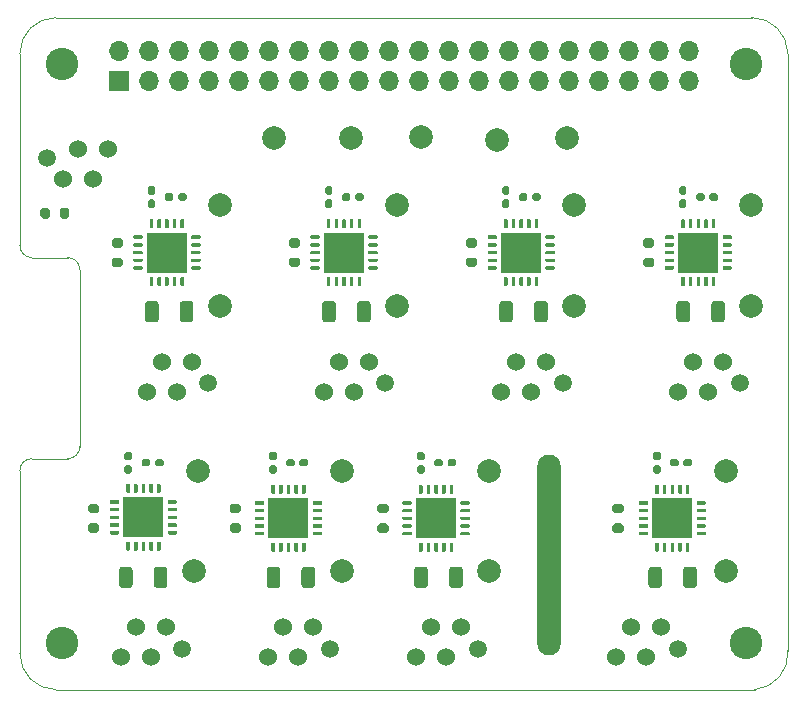
<source format=gts>
%TF.GenerationSoftware,KiCad,Pcbnew,(5.1.10)-1*%
%TF.CreationDate,2021-10-18T20:40:58-05:00*%
%TF.ProjectId,Pt100Hat,50743130-3048-4617-942e-6b696361645f,1*%
%TF.SameCoordinates,Original*%
%TF.FileFunction,Soldermask,Top*%
%TF.FilePolarity,Negative*%
%FSLAX46Y46*%
G04 Gerber Fmt 4.6, Leading zero omitted, Abs format (unit mm)*
G04 Created by KiCad (PCBNEW (5.1.10)-1) date 2021-10-18 20:40:58*
%MOMM*%
%LPD*%
G01*
G04 APERTURE LIST*
%TA.AperFunction,Profile*%
%ADD10C,0.100000*%
%TD*%
%ADD11R,3.350000X3.350000*%
%ADD12C,1.524000*%
%ADD13C,1.500000*%
%ADD14O,2.000000X17.000000*%
%ADD15C,2.750000*%
%ADD16R,1.700000X1.700000*%
%ADD17O,1.700000X1.700000*%
%ADD18C,2.000000*%
G04 APERTURE END LIST*
D10*
X104800400Y-129997200D02*
X163982400Y-129997200D01*
X163728400Y-73101200D02*
X104800400Y-73101200D01*
X166776400Y-76149200D02*
G75*
G03*
X163728400Y-73101200I-3048000J0D01*
G01*
X101752400Y-111455200D02*
X101752400Y-126949200D01*
X102768400Y-110439200D02*
X105816400Y-110439200D01*
X106832400Y-94437200D02*
X106832400Y-109423200D01*
X102768400Y-93421200D02*
X105816400Y-93421200D01*
X101752400Y-76149200D02*
X101752400Y-92405200D01*
X104800400Y-73101200D02*
G75*
G03*
X101752400Y-76149200I0J-3048000D01*
G01*
X166776400Y-126695200D02*
X166776400Y-76149200D01*
X106832400Y-94437200D02*
G75*
G03*
X105816400Y-93421200I-1016000J0D01*
G01*
X105816400Y-110439200D02*
G75*
G03*
X106832400Y-109423200I0J1016000D01*
G01*
X102768400Y-110439200D02*
G75*
G03*
X101752400Y-111455200I0J-1016000D01*
G01*
X101752400Y-92405200D02*
G75*
G03*
X102768400Y-93421200I1016000J0D01*
G01*
X101752400Y-126949200D02*
G75*
G03*
X104800400Y-129997200I3048000J0D01*
G01*
X163982400Y-129997200D02*
G75*
G03*
X166776400Y-126695200I-254000J3048000D01*
G01*
D11*
%TO.C,U1*%
X112217000Y-115418000D03*
G36*
G01*
X110767000Y-113293000D02*
X110767000Y-112643000D01*
G75*
G02*
X110842000Y-112568000I75000J0D01*
G01*
X110992000Y-112568000D01*
G75*
G02*
X111067000Y-112643000I0J-75000D01*
G01*
X111067000Y-113293000D01*
G75*
G02*
X110992000Y-113368000I-75000J0D01*
G01*
X110842000Y-113368000D01*
G75*
G02*
X110767000Y-113293000I0J75000D01*
G01*
G37*
G36*
G01*
X111417000Y-113293000D02*
X111417000Y-112643000D01*
G75*
G02*
X111492000Y-112568000I75000J0D01*
G01*
X111642000Y-112568000D01*
G75*
G02*
X111717000Y-112643000I0J-75000D01*
G01*
X111717000Y-113293000D01*
G75*
G02*
X111642000Y-113368000I-75000J0D01*
G01*
X111492000Y-113368000D01*
G75*
G02*
X111417000Y-113293000I0J75000D01*
G01*
G37*
G36*
G01*
X112067000Y-113293000D02*
X112067000Y-112643000D01*
G75*
G02*
X112142000Y-112568000I75000J0D01*
G01*
X112292000Y-112568000D01*
G75*
G02*
X112367000Y-112643000I0J-75000D01*
G01*
X112367000Y-113293000D01*
G75*
G02*
X112292000Y-113368000I-75000J0D01*
G01*
X112142000Y-113368000D01*
G75*
G02*
X112067000Y-113293000I0J75000D01*
G01*
G37*
G36*
G01*
X112717000Y-113293000D02*
X112717000Y-112643000D01*
G75*
G02*
X112792000Y-112568000I75000J0D01*
G01*
X112942000Y-112568000D01*
G75*
G02*
X113017000Y-112643000I0J-75000D01*
G01*
X113017000Y-113293000D01*
G75*
G02*
X112942000Y-113368000I-75000J0D01*
G01*
X112792000Y-113368000D01*
G75*
G02*
X112717000Y-113293000I0J75000D01*
G01*
G37*
G36*
G01*
X113367000Y-113293000D02*
X113367000Y-112643000D01*
G75*
G02*
X113442000Y-112568000I75000J0D01*
G01*
X113592000Y-112568000D01*
G75*
G02*
X113667000Y-112643000I0J-75000D01*
G01*
X113667000Y-113293000D01*
G75*
G02*
X113592000Y-113368000I-75000J0D01*
G01*
X113442000Y-113368000D01*
G75*
G02*
X113367000Y-113293000I0J75000D01*
G01*
G37*
G36*
G01*
X114267000Y-114193000D02*
X114267000Y-114043000D01*
G75*
G02*
X114342000Y-113968000I75000J0D01*
G01*
X114992000Y-113968000D01*
G75*
G02*
X115067000Y-114043000I0J-75000D01*
G01*
X115067000Y-114193000D01*
G75*
G02*
X114992000Y-114268000I-75000J0D01*
G01*
X114342000Y-114268000D01*
G75*
G02*
X114267000Y-114193000I0J75000D01*
G01*
G37*
G36*
G01*
X114267000Y-114843000D02*
X114267000Y-114693000D01*
G75*
G02*
X114342000Y-114618000I75000J0D01*
G01*
X114992000Y-114618000D01*
G75*
G02*
X115067000Y-114693000I0J-75000D01*
G01*
X115067000Y-114843000D01*
G75*
G02*
X114992000Y-114918000I-75000J0D01*
G01*
X114342000Y-114918000D01*
G75*
G02*
X114267000Y-114843000I0J75000D01*
G01*
G37*
G36*
G01*
X114267000Y-115493000D02*
X114267000Y-115343000D01*
G75*
G02*
X114342000Y-115268000I75000J0D01*
G01*
X114992000Y-115268000D01*
G75*
G02*
X115067000Y-115343000I0J-75000D01*
G01*
X115067000Y-115493000D01*
G75*
G02*
X114992000Y-115568000I-75000J0D01*
G01*
X114342000Y-115568000D01*
G75*
G02*
X114267000Y-115493000I0J75000D01*
G01*
G37*
G36*
G01*
X114267000Y-116143000D02*
X114267000Y-115993000D01*
G75*
G02*
X114342000Y-115918000I75000J0D01*
G01*
X114992000Y-115918000D01*
G75*
G02*
X115067000Y-115993000I0J-75000D01*
G01*
X115067000Y-116143000D01*
G75*
G02*
X114992000Y-116218000I-75000J0D01*
G01*
X114342000Y-116218000D01*
G75*
G02*
X114267000Y-116143000I0J75000D01*
G01*
G37*
G36*
G01*
X114267000Y-116793000D02*
X114267000Y-116643000D01*
G75*
G02*
X114342000Y-116568000I75000J0D01*
G01*
X114992000Y-116568000D01*
G75*
G02*
X115067000Y-116643000I0J-75000D01*
G01*
X115067000Y-116793000D01*
G75*
G02*
X114992000Y-116868000I-75000J0D01*
G01*
X114342000Y-116868000D01*
G75*
G02*
X114267000Y-116793000I0J75000D01*
G01*
G37*
G36*
G01*
X113367000Y-118193000D02*
X113367000Y-117543000D01*
G75*
G02*
X113442000Y-117468000I75000J0D01*
G01*
X113592000Y-117468000D01*
G75*
G02*
X113667000Y-117543000I0J-75000D01*
G01*
X113667000Y-118193000D01*
G75*
G02*
X113592000Y-118268000I-75000J0D01*
G01*
X113442000Y-118268000D01*
G75*
G02*
X113367000Y-118193000I0J75000D01*
G01*
G37*
G36*
G01*
X112717000Y-118193000D02*
X112717000Y-117543000D01*
G75*
G02*
X112792000Y-117468000I75000J0D01*
G01*
X112942000Y-117468000D01*
G75*
G02*
X113017000Y-117543000I0J-75000D01*
G01*
X113017000Y-118193000D01*
G75*
G02*
X112942000Y-118268000I-75000J0D01*
G01*
X112792000Y-118268000D01*
G75*
G02*
X112717000Y-118193000I0J75000D01*
G01*
G37*
G36*
G01*
X112067000Y-118193000D02*
X112067000Y-117543000D01*
G75*
G02*
X112142000Y-117468000I75000J0D01*
G01*
X112292000Y-117468000D01*
G75*
G02*
X112367000Y-117543000I0J-75000D01*
G01*
X112367000Y-118193000D01*
G75*
G02*
X112292000Y-118268000I-75000J0D01*
G01*
X112142000Y-118268000D01*
G75*
G02*
X112067000Y-118193000I0J75000D01*
G01*
G37*
G36*
G01*
X111417000Y-118193000D02*
X111417000Y-117543000D01*
G75*
G02*
X111492000Y-117468000I75000J0D01*
G01*
X111642000Y-117468000D01*
G75*
G02*
X111717000Y-117543000I0J-75000D01*
G01*
X111717000Y-118193000D01*
G75*
G02*
X111642000Y-118268000I-75000J0D01*
G01*
X111492000Y-118268000D01*
G75*
G02*
X111417000Y-118193000I0J75000D01*
G01*
G37*
G36*
G01*
X110767000Y-118193000D02*
X110767000Y-117543000D01*
G75*
G02*
X110842000Y-117468000I75000J0D01*
G01*
X110992000Y-117468000D01*
G75*
G02*
X111067000Y-117543000I0J-75000D01*
G01*
X111067000Y-118193000D01*
G75*
G02*
X110992000Y-118268000I-75000J0D01*
G01*
X110842000Y-118268000D01*
G75*
G02*
X110767000Y-118193000I0J75000D01*
G01*
G37*
G36*
G01*
X109367000Y-116793000D02*
X109367000Y-116643000D01*
G75*
G02*
X109442000Y-116568000I75000J0D01*
G01*
X110092000Y-116568000D01*
G75*
G02*
X110167000Y-116643000I0J-75000D01*
G01*
X110167000Y-116793000D01*
G75*
G02*
X110092000Y-116868000I-75000J0D01*
G01*
X109442000Y-116868000D01*
G75*
G02*
X109367000Y-116793000I0J75000D01*
G01*
G37*
G36*
G01*
X109367000Y-116143000D02*
X109367000Y-115993000D01*
G75*
G02*
X109442000Y-115918000I75000J0D01*
G01*
X110092000Y-115918000D01*
G75*
G02*
X110167000Y-115993000I0J-75000D01*
G01*
X110167000Y-116143000D01*
G75*
G02*
X110092000Y-116218000I-75000J0D01*
G01*
X109442000Y-116218000D01*
G75*
G02*
X109367000Y-116143000I0J75000D01*
G01*
G37*
G36*
G01*
X109367000Y-115493000D02*
X109367000Y-115343000D01*
G75*
G02*
X109442000Y-115268000I75000J0D01*
G01*
X110092000Y-115268000D01*
G75*
G02*
X110167000Y-115343000I0J-75000D01*
G01*
X110167000Y-115493000D01*
G75*
G02*
X110092000Y-115568000I-75000J0D01*
G01*
X109442000Y-115568000D01*
G75*
G02*
X109367000Y-115493000I0J75000D01*
G01*
G37*
G36*
G01*
X109367000Y-114843000D02*
X109367000Y-114693000D01*
G75*
G02*
X109442000Y-114618000I75000J0D01*
G01*
X110092000Y-114618000D01*
G75*
G02*
X110167000Y-114693000I0J-75000D01*
G01*
X110167000Y-114843000D01*
G75*
G02*
X110092000Y-114918000I-75000J0D01*
G01*
X109442000Y-114918000D01*
G75*
G02*
X109367000Y-114843000I0J75000D01*
G01*
G37*
G36*
G01*
X109367000Y-114193000D02*
X109367000Y-114043000D01*
G75*
G02*
X109442000Y-113968000I75000J0D01*
G01*
X110092000Y-113968000D01*
G75*
G02*
X110167000Y-114043000I0J-75000D01*
G01*
X110167000Y-114193000D01*
G75*
G02*
X110092000Y-114268000I-75000J0D01*
G01*
X109442000Y-114268000D01*
G75*
G02*
X109367000Y-114193000I0J75000D01*
G01*
G37*
%TD*%
D12*
%TO.C,J4*%
X112495000Y-104770000D03*
X113765000Y-102230000D03*
X115035000Y-104770000D03*
X116305000Y-102230000D03*
D13*
X117705000Y-104030000D03*
%TD*%
D14*
%TO.C,RPiCameraFlexSlot*%
X146583000Y-118567000D03*
%TD*%
D15*
%TO.C,RPiHATMountHole3*%
X105308000Y-126060000D03*
%TD*%
%TO.C,RPiHATMountHole4*%
X163220000Y-126060000D03*
%TD*%
%TO.C,RPiHATMountHole2*%
X163220000Y-77038200D03*
%TD*%
%TO.C,RPiHATMountHole1*%
X105308000Y-77038200D03*
%TD*%
%TO.C,C1*%
G36*
G01*
X113200000Y-110955000D02*
X113200000Y-110645000D01*
G75*
G02*
X113355000Y-110490000I155000J0D01*
G01*
X113780000Y-110490000D01*
G75*
G02*
X113935000Y-110645000I0J-155000D01*
G01*
X113935000Y-110955000D01*
G75*
G02*
X113780000Y-111110000I-155000J0D01*
G01*
X113355000Y-111110000D01*
G75*
G02*
X113200000Y-110955000I0J155000D01*
G01*
G37*
G36*
G01*
X112065000Y-110955000D02*
X112065000Y-110645000D01*
G75*
G02*
X112220000Y-110490000I155000J0D01*
G01*
X112645000Y-110490000D01*
G75*
G02*
X112800000Y-110645000I0J-155000D01*
G01*
X112800000Y-110955000D01*
G75*
G02*
X112645000Y-111110000I-155000J0D01*
G01*
X112220000Y-111110000D01*
G75*
G02*
X112065000Y-110955000I0J155000D01*
G01*
G37*
%TD*%
%TO.C,C2*%
G36*
G01*
X110765000Y-111000000D02*
X111075000Y-111000000D01*
G75*
G02*
X111230000Y-111155000I0J-155000D01*
G01*
X111230000Y-111580000D01*
G75*
G02*
X111075000Y-111735000I-155000J0D01*
G01*
X110765000Y-111735000D01*
G75*
G02*
X110610000Y-111580000I0J155000D01*
G01*
X110610000Y-111155000D01*
G75*
G02*
X110765000Y-111000000I155000J0D01*
G01*
G37*
G36*
G01*
X110765000Y-109865000D02*
X111075000Y-109865000D01*
G75*
G02*
X111230000Y-110020000I0J-155000D01*
G01*
X111230000Y-110445000D01*
G75*
G02*
X111075000Y-110600000I-155000J0D01*
G01*
X110765000Y-110600000D01*
G75*
G02*
X110610000Y-110445000I0J155000D01*
G01*
X110610000Y-110020000D01*
G75*
G02*
X110765000Y-109865000I155000J0D01*
G01*
G37*
%TD*%
%TO.C,C3*%
G36*
G01*
X114250000Y-119849999D02*
X114250000Y-121150001D01*
G75*
G02*
X114000001Y-121400000I-249999J0D01*
G01*
X113349999Y-121400000D01*
G75*
G02*
X113100000Y-121150001I0J249999D01*
G01*
X113100000Y-119849999D01*
G75*
G02*
X113349999Y-119600000I249999J0D01*
G01*
X114000001Y-119600000D01*
G75*
G02*
X114250000Y-119849999I0J-249999D01*
G01*
G37*
G36*
G01*
X111300000Y-119849999D02*
X111300000Y-121150001D01*
G75*
G02*
X111050001Y-121400000I-249999J0D01*
G01*
X110399999Y-121400000D01*
G75*
G02*
X110150000Y-121150001I0J249999D01*
G01*
X110150000Y-119849999D01*
G75*
G02*
X110399999Y-119600000I249999J0D01*
G01*
X111050001Y-119600000D01*
G75*
G02*
X111300000Y-119849999I0J-249999D01*
G01*
G37*
%TD*%
%TO.C,C4*%
G36*
G01*
X125431000Y-110955000D02*
X125431000Y-110645000D01*
G75*
G02*
X125586000Y-110490000I155000J0D01*
G01*
X126011000Y-110490000D01*
G75*
G02*
X126166000Y-110645000I0J-155000D01*
G01*
X126166000Y-110955000D01*
G75*
G02*
X126011000Y-111110000I-155000J0D01*
G01*
X125586000Y-111110000D01*
G75*
G02*
X125431000Y-110955000I0J155000D01*
G01*
G37*
G36*
G01*
X124296000Y-110955000D02*
X124296000Y-110645000D01*
G75*
G02*
X124451000Y-110490000I155000J0D01*
G01*
X124876000Y-110490000D01*
G75*
G02*
X125031000Y-110645000I0J-155000D01*
G01*
X125031000Y-110955000D01*
G75*
G02*
X124876000Y-111110000I-155000J0D01*
G01*
X124451000Y-111110000D01*
G75*
G02*
X124296000Y-110955000I0J155000D01*
G01*
G37*
%TD*%
%TO.C,C5*%
G36*
G01*
X114009000Y-88455000D02*
X114009000Y-88145000D01*
G75*
G02*
X114164000Y-87990000I155000J0D01*
G01*
X114589000Y-87990000D01*
G75*
G02*
X114744000Y-88145000I0J-155000D01*
G01*
X114744000Y-88455000D01*
G75*
G02*
X114589000Y-88610000I-155000J0D01*
G01*
X114164000Y-88610000D01*
G75*
G02*
X114009000Y-88455000I0J155000D01*
G01*
G37*
G36*
G01*
X115144000Y-88455000D02*
X115144000Y-88145000D01*
G75*
G02*
X115299000Y-87990000I155000J0D01*
G01*
X115724000Y-87990000D01*
G75*
G02*
X115879000Y-88145000I0J-155000D01*
G01*
X115879000Y-88455000D01*
G75*
G02*
X115724000Y-88610000I-155000J0D01*
G01*
X115299000Y-88610000D01*
G75*
G02*
X115144000Y-88455000I0J155000D01*
G01*
G37*
%TD*%
%TO.C,C6*%
G36*
G01*
X129011000Y-88455000D02*
X129011000Y-88145000D01*
G75*
G02*
X129166000Y-87990000I155000J0D01*
G01*
X129591000Y-87990000D01*
G75*
G02*
X129746000Y-88145000I0J-155000D01*
G01*
X129746000Y-88455000D01*
G75*
G02*
X129591000Y-88610000I-155000J0D01*
G01*
X129166000Y-88610000D01*
G75*
G02*
X129011000Y-88455000I0J155000D01*
G01*
G37*
G36*
G01*
X130146000Y-88455000D02*
X130146000Y-88145000D01*
G75*
G02*
X130301000Y-87990000I155000J0D01*
G01*
X130726000Y-87990000D01*
G75*
G02*
X130881000Y-88145000I0J-155000D01*
G01*
X130881000Y-88455000D01*
G75*
G02*
X130726000Y-88610000I-155000J0D01*
G01*
X130301000Y-88610000D01*
G75*
G02*
X130146000Y-88455000I0J155000D01*
G01*
G37*
%TD*%
%TO.C,C7*%
G36*
G01*
X123035000Y-109865000D02*
X123345000Y-109865000D01*
G75*
G02*
X123500000Y-110020000I0J-155000D01*
G01*
X123500000Y-110445000D01*
G75*
G02*
X123345000Y-110600000I-155000J0D01*
G01*
X123035000Y-110600000D01*
G75*
G02*
X122880000Y-110445000I0J155000D01*
G01*
X122880000Y-110020000D01*
G75*
G02*
X123035000Y-109865000I155000J0D01*
G01*
G37*
G36*
G01*
X123035000Y-111000000D02*
X123345000Y-111000000D01*
G75*
G02*
X123500000Y-111155000I0J-155000D01*
G01*
X123500000Y-111580000D01*
G75*
G02*
X123345000Y-111735000I-155000J0D01*
G01*
X123035000Y-111735000D01*
G75*
G02*
X122880000Y-111580000I0J155000D01*
G01*
X122880000Y-111155000D01*
G75*
G02*
X123035000Y-111000000I155000J0D01*
G01*
G37*
%TD*%
%TO.C,C8*%
G36*
G01*
X112748000Y-88500000D02*
X113058000Y-88500000D01*
G75*
G02*
X113213000Y-88655000I0J-155000D01*
G01*
X113213000Y-89080000D01*
G75*
G02*
X113058000Y-89235000I-155000J0D01*
G01*
X112748000Y-89235000D01*
G75*
G02*
X112593000Y-89080000I0J155000D01*
G01*
X112593000Y-88655000D01*
G75*
G02*
X112748000Y-88500000I155000J0D01*
G01*
G37*
G36*
G01*
X112748000Y-87365000D02*
X113058000Y-87365000D01*
G75*
G02*
X113213000Y-87520000I0J-155000D01*
G01*
X113213000Y-87945000D01*
G75*
G02*
X113058000Y-88100000I-155000J0D01*
G01*
X112748000Y-88100000D01*
G75*
G02*
X112593000Y-87945000I0J155000D01*
G01*
X112593000Y-87520000D01*
G75*
G02*
X112748000Y-87365000I155000J0D01*
G01*
G37*
%TD*%
%TO.C,C9*%
G36*
G01*
X127759000Y-87365000D02*
X128069000Y-87365000D01*
G75*
G02*
X128224000Y-87520000I0J-155000D01*
G01*
X128224000Y-87945000D01*
G75*
G02*
X128069000Y-88100000I-155000J0D01*
G01*
X127759000Y-88100000D01*
G75*
G02*
X127604000Y-87945000I0J155000D01*
G01*
X127604000Y-87520000D01*
G75*
G02*
X127759000Y-87365000I155000J0D01*
G01*
G37*
G36*
G01*
X127759000Y-88500000D02*
X128069000Y-88500000D01*
G75*
G02*
X128224000Y-88655000I0J-155000D01*
G01*
X128224000Y-89080000D01*
G75*
G02*
X128069000Y-89235000I-155000J0D01*
G01*
X127759000Y-89235000D01*
G75*
G02*
X127604000Y-89080000I0J155000D01*
G01*
X127604000Y-88655000D01*
G75*
G02*
X127759000Y-88500000I155000J0D01*
G01*
G37*
%TD*%
%TO.C,C10*%
G36*
G01*
X126750000Y-119849999D02*
X126750000Y-121150001D01*
G75*
G02*
X126500001Y-121400000I-249999J0D01*
G01*
X125849999Y-121400000D01*
G75*
G02*
X125600000Y-121150001I0J249999D01*
G01*
X125600000Y-119849999D01*
G75*
G02*
X125849999Y-119600000I249999J0D01*
G01*
X126500001Y-119600000D01*
G75*
G02*
X126750000Y-119849999I0J-249999D01*
G01*
G37*
G36*
G01*
X123800000Y-119849999D02*
X123800000Y-121150001D01*
G75*
G02*
X123550001Y-121400000I-249999J0D01*
G01*
X122899999Y-121400000D01*
G75*
G02*
X122650000Y-121150001I0J249999D01*
G01*
X122650000Y-119849999D01*
G75*
G02*
X122899999Y-119600000I249999J0D01*
G01*
X123550001Y-119600000D01*
G75*
G02*
X123800000Y-119849999I0J-249999D01*
G01*
G37*
%TD*%
%TO.C,C11*%
G36*
G01*
X113500000Y-97349999D02*
X113500000Y-98650001D01*
G75*
G02*
X113250001Y-98900000I-249999J0D01*
G01*
X112599999Y-98900000D01*
G75*
G02*
X112350000Y-98650001I0J249999D01*
G01*
X112350000Y-97349999D01*
G75*
G02*
X112599999Y-97100000I249999J0D01*
G01*
X113250001Y-97100000D01*
G75*
G02*
X113500000Y-97349999I0J-249999D01*
G01*
G37*
G36*
G01*
X116450000Y-97349999D02*
X116450000Y-98650001D01*
G75*
G02*
X116200001Y-98900000I-249999J0D01*
G01*
X115549999Y-98900000D01*
G75*
G02*
X115300000Y-98650001I0J249999D01*
G01*
X115300000Y-97349999D01*
G75*
G02*
X115549999Y-97100000I249999J0D01*
G01*
X116200001Y-97100000D01*
G75*
G02*
X116450000Y-97349999I0J-249999D01*
G01*
G37*
%TD*%
%TO.C,C12*%
G36*
G01*
X128500000Y-97349999D02*
X128500000Y-98650001D01*
G75*
G02*
X128250001Y-98900000I-249999J0D01*
G01*
X127599999Y-98900000D01*
G75*
G02*
X127350000Y-98650001I0J249999D01*
G01*
X127350000Y-97349999D01*
G75*
G02*
X127599999Y-97100000I249999J0D01*
G01*
X128250001Y-97100000D01*
G75*
G02*
X128500000Y-97349999I0J-249999D01*
G01*
G37*
G36*
G01*
X131450000Y-97349999D02*
X131450000Y-98650001D01*
G75*
G02*
X131200001Y-98900000I-249999J0D01*
G01*
X130549999Y-98900000D01*
G75*
G02*
X130300000Y-98650001I0J249999D01*
G01*
X130300000Y-97349999D01*
G75*
G02*
X130549999Y-97100000I249999J0D01*
G01*
X131200001Y-97100000D01*
G75*
G02*
X131450000Y-97349999I0J-249999D01*
G01*
G37*
%TD*%
%TO.C,C13*%
G36*
G01*
X143997000Y-88455000D02*
X143997000Y-88145000D01*
G75*
G02*
X144152000Y-87990000I155000J0D01*
G01*
X144577000Y-87990000D01*
G75*
G02*
X144732000Y-88145000I0J-155000D01*
G01*
X144732000Y-88455000D01*
G75*
G02*
X144577000Y-88610000I-155000J0D01*
G01*
X144152000Y-88610000D01*
G75*
G02*
X143997000Y-88455000I0J155000D01*
G01*
G37*
G36*
G01*
X145132000Y-88455000D02*
X145132000Y-88145000D01*
G75*
G02*
X145287000Y-87990000I155000J0D01*
G01*
X145712000Y-87990000D01*
G75*
G02*
X145867000Y-88145000I0J-155000D01*
G01*
X145867000Y-88455000D01*
G75*
G02*
X145712000Y-88610000I-155000J0D01*
G01*
X145287000Y-88610000D01*
G75*
G02*
X145132000Y-88455000I0J155000D01*
G01*
G37*
%TD*%
%TO.C,C14*%
G36*
G01*
X159009000Y-88455000D02*
X159009000Y-88145000D01*
G75*
G02*
X159164000Y-87990000I155000J0D01*
G01*
X159589000Y-87990000D01*
G75*
G02*
X159744000Y-88145000I0J-155000D01*
G01*
X159744000Y-88455000D01*
G75*
G02*
X159589000Y-88610000I-155000J0D01*
G01*
X159164000Y-88610000D01*
G75*
G02*
X159009000Y-88455000I0J155000D01*
G01*
G37*
G36*
G01*
X160144000Y-88455000D02*
X160144000Y-88145000D01*
G75*
G02*
X160299000Y-87990000I155000J0D01*
G01*
X160724000Y-87990000D01*
G75*
G02*
X160879000Y-88145000I0J-155000D01*
G01*
X160879000Y-88455000D01*
G75*
G02*
X160724000Y-88610000I-155000J0D01*
G01*
X160299000Y-88610000D01*
G75*
G02*
X160144000Y-88455000I0J155000D01*
G01*
G37*
%TD*%
%TO.C,C15*%
G36*
G01*
X142745000Y-88500000D02*
X143055000Y-88500000D01*
G75*
G02*
X143210000Y-88655000I0J-155000D01*
G01*
X143210000Y-89080000D01*
G75*
G02*
X143055000Y-89235000I-155000J0D01*
G01*
X142745000Y-89235000D01*
G75*
G02*
X142590000Y-89080000I0J155000D01*
G01*
X142590000Y-88655000D01*
G75*
G02*
X142745000Y-88500000I155000J0D01*
G01*
G37*
G36*
G01*
X142745000Y-87365000D02*
X143055000Y-87365000D01*
G75*
G02*
X143210000Y-87520000I0J-155000D01*
G01*
X143210000Y-87945000D01*
G75*
G02*
X143055000Y-88100000I-155000J0D01*
G01*
X142745000Y-88100000D01*
G75*
G02*
X142590000Y-87945000I0J155000D01*
G01*
X142590000Y-87520000D01*
G75*
G02*
X142745000Y-87365000I155000J0D01*
G01*
G37*
%TD*%
%TO.C,C16*%
G36*
G01*
X157731000Y-88500000D02*
X158041000Y-88500000D01*
G75*
G02*
X158196000Y-88655000I0J-155000D01*
G01*
X158196000Y-89080000D01*
G75*
G02*
X158041000Y-89235000I-155000J0D01*
G01*
X157731000Y-89235000D01*
G75*
G02*
X157576000Y-89080000I0J155000D01*
G01*
X157576000Y-88655000D01*
G75*
G02*
X157731000Y-88500000I155000J0D01*
G01*
G37*
G36*
G01*
X157731000Y-87365000D02*
X158041000Y-87365000D01*
G75*
G02*
X158196000Y-87520000I0J-155000D01*
G01*
X158196000Y-87945000D01*
G75*
G02*
X158041000Y-88100000I-155000J0D01*
G01*
X157731000Y-88100000D01*
G75*
G02*
X157576000Y-87945000I0J155000D01*
G01*
X157576000Y-87520000D01*
G75*
G02*
X157731000Y-87365000I155000J0D01*
G01*
G37*
%TD*%
%TO.C,C17*%
G36*
G01*
X146450000Y-97349999D02*
X146450000Y-98650001D01*
G75*
G02*
X146200001Y-98900000I-249999J0D01*
G01*
X145549999Y-98900000D01*
G75*
G02*
X145300000Y-98650001I0J249999D01*
G01*
X145300000Y-97349999D01*
G75*
G02*
X145549999Y-97100000I249999J0D01*
G01*
X146200001Y-97100000D01*
G75*
G02*
X146450000Y-97349999I0J-249999D01*
G01*
G37*
G36*
G01*
X143500000Y-97349999D02*
X143500000Y-98650001D01*
G75*
G02*
X143250001Y-98900000I-249999J0D01*
G01*
X142599999Y-98900000D01*
G75*
G02*
X142350000Y-98650001I0J249999D01*
G01*
X142350000Y-97349999D01*
G75*
G02*
X142599999Y-97100000I249999J0D01*
G01*
X143250001Y-97100000D01*
G75*
G02*
X143500000Y-97349999I0J-249999D01*
G01*
G37*
%TD*%
%TO.C,C18*%
G36*
G01*
X158500000Y-97349999D02*
X158500000Y-98650001D01*
G75*
G02*
X158250001Y-98900000I-249999J0D01*
G01*
X157599999Y-98900000D01*
G75*
G02*
X157350000Y-98650001I0J249999D01*
G01*
X157350000Y-97349999D01*
G75*
G02*
X157599999Y-97100000I249999J0D01*
G01*
X158250001Y-97100000D01*
G75*
G02*
X158500000Y-97349999I0J-249999D01*
G01*
G37*
G36*
G01*
X161450000Y-97349999D02*
X161450000Y-98650001D01*
G75*
G02*
X161200001Y-98900000I-249999J0D01*
G01*
X160549999Y-98900000D01*
G75*
G02*
X160300000Y-98650001I0J249999D01*
G01*
X160300000Y-97349999D01*
G75*
G02*
X160549999Y-97100000I249999J0D01*
G01*
X161200001Y-97100000D01*
G75*
G02*
X161450000Y-97349999I0J-249999D01*
G01*
G37*
%TD*%
%TO.C,C19*%
G36*
G01*
X136835000Y-110955000D02*
X136835000Y-110645000D01*
G75*
G02*
X136990000Y-110490000I155000J0D01*
G01*
X137415000Y-110490000D01*
G75*
G02*
X137570000Y-110645000I0J-155000D01*
G01*
X137570000Y-110955000D01*
G75*
G02*
X137415000Y-111110000I-155000J0D01*
G01*
X136990000Y-111110000D01*
G75*
G02*
X136835000Y-110955000I0J155000D01*
G01*
G37*
G36*
G01*
X137970000Y-110955000D02*
X137970000Y-110645000D01*
G75*
G02*
X138125000Y-110490000I155000J0D01*
G01*
X138550000Y-110490000D01*
G75*
G02*
X138705000Y-110645000I0J-155000D01*
G01*
X138705000Y-110955000D01*
G75*
G02*
X138550000Y-111110000I-155000J0D01*
G01*
X138125000Y-111110000D01*
G75*
G02*
X137970000Y-110955000I0J155000D01*
G01*
G37*
%TD*%
%TO.C,C20*%
G36*
G01*
X156799000Y-110955000D02*
X156799000Y-110645000D01*
G75*
G02*
X156954000Y-110490000I155000J0D01*
G01*
X157379000Y-110490000D01*
G75*
G02*
X157534000Y-110645000I0J-155000D01*
G01*
X157534000Y-110955000D01*
G75*
G02*
X157379000Y-111110000I-155000J0D01*
G01*
X156954000Y-111110000D01*
G75*
G02*
X156799000Y-110955000I0J155000D01*
G01*
G37*
G36*
G01*
X157934000Y-110955000D02*
X157934000Y-110645000D01*
G75*
G02*
X158089000Y-110490000I155000J0D01*
G01*
X158514000Y-110490000D01*
G75*
G02*
X158669000Y-110645000I0J-155000D01*
G01*
X158669000Y-110955000D01*
G75*
G02*
X158514000Y-111110000I-155000J0D01*
G01*
X158089000Y-111110000D01*
G75*
G02*
X157934000Y-110955000I0J155000D01*
G01*
G37*
%TD*%
%TO.C,C21*%
G36*
G01*
X135557000Y-111000000D02*
X135867000Y-111000000D01*
G75*
G02*
X136022000Y-111155000I0J-155000D01*
G01*
X136022000Y-111580000D01*
G75*
G02*
X135867000Y-111735000I-155000J0D01*
G01*
X135557000Y-111735000D01*
G75*
G02*
X135402000Y-111580000I0J155000D01*
G01*
X135402000Y-111155000D01*
G75*
G02*
X135557000Y-111000000I155000J0D01*
G01*
G37*
G36*
G01*
X135557000Y-109865000D02*
X135867000Y-109865000D01*
G75*
G02*
X136022000Y-110020000I0J-155000D01*
G01*
X136022000Y-110445000D01*
G75*
G02*
X135867000Y-110600000I-155000J0D01*
G01*
X135557000Y-110600000D01*
G75*
G02*
X135402000Y-110445000I0J155000D01*
G01*
X135402000Y-110020000D01*
G75*
G02*
X135557000Y-109865000I155000J0D01*
G01*
G37*
%TD*%
%TO.C,C22*%
G36*
G01*
X155547000Y-111000000D02*
X155857000Y-111000000D01*
G75*
G02*
X156012000Y-111155000I0J-155000D01*
G01*
X156012000Y-111580000D01*
G75*
G02*
X155857000Y-111735000I-155000J0D01*
G01*
X155547000Y-111735000D01*
G75*
G02*
X155392000Y-111580000I0J155000D01*
G01*
X155392000Y-111155000D01*
G75*
G02*
X155547000Y-111000000I155000J0D01*
G01*
G37*
G36*
G01*
X155547000Y-109865000D02*
X155857000Y-109865000D01*
G75*
G02*
X156012000Y-110020000I0J-155000D01*
G01*
X156012000Y-110445000D01*
G75*
G02*
X155857000Y-110600000I-155000J0D01*
G01*
X155547000Y-110600000D01*
G75*
G02*
X155392000Y-110445000I0J155000D01*
G01*
X155392000Y-110020000D01*
G75*
G02*
X155547000Y-109865000I155000J0D01*
G01*
G37*
%TD*%
%TO.C,C23*%
G36*
G01*
X136300000Y-119849999D02*
X136300000Y-121150001D01*
G75*
G02*
X136050001Y-121400000I-249999J0D01*
G01*
X135399999Y-121400000D01*
G75*
G02*
X135150000Y-121150001I0J249999D01*
G01*
X135150000Y-119849999D01*
G75*
G02*
X135399999Y-119600000I249999J0D01*
G01*
X136050001Y-119600000D01*
G75*
G02*
X136300000Y-119849999I0J-249999D01*
G01*
G37*
G36*
G01*
X139250000Y-119849999D02*
X139250000Y-121150001D01*
G75*
G02*
X139000001Y-121400000I-249999J0D01*
G01*
X138349999Y-121400000D01*
G75*
G02*
X138100000Y-121150001I0J249999D01*
G01*
X138100000Y-119849999D01*
G75*
G02*
X138349999Y-119600000I249999J0D01*
G01*
X139000001Y-119600000D01*
G75*
G02*
X139250000Y-119849999I0J-249999D01*
G01*
G37*
%TD*%
%TO.C,C24*%
G36*
G01*
X159073000Y-119849999D02*
X159073000Y-121150001D01*
G75*
G02*
X158823001Y-121400000I-249999J0D01*
G01*
X158172999Y-121400000D01*
G75*
G02*
X157923000Y-121150001I0J249999D01*
G01*
X157923000Y-119849999D01*
G75*
G02*
X158172999Y-119600000I249999J0D01*
G01*
X158823001Y-119600000D01*
G75*
G02*
X159073000Y-119849999I0J-249999D01*
G01*
G37*
G36*
G01*
X156123000Y-119849999D02*
X156123000Y-121150001D01*
G75*
G02*
X155873001Y-121400000I-249999J0D01*
G01*
X155222999Y-121400000D01*
G75*
G02*
X154973000Y-121150001I0J249999D01*
G01*
X154973000Y-119849999D01*
G75*
G02*
X155222999Y-119600000I249999J0D01*
G01*
X155873001Y-119600000D01*
G75*
G02*
X156123000Y-119849999I0J-249999D01*
G01*
G37*
%TD*%
D16*
%TO.C,J1*%
X110134000Y-78435200D03*
D17*
X110134000Y-75895200D03*
X112674000Y-78435200D03*
X112674000Y-75895200D03*
X115214000Y-78435200D03*
X115214000Y-75895200D03*
X117754000Y-78435200D03*
X117754000Y-75895200D03*
X120294000Y-78435200D03*
X120294000Y-75895200D03*
X122834000Y-78435200D03*
X122834000Y-75895200D03*
X125374000Y-78435200D03*
X125374000Y-75895200D03*
X127914000Y-78435200D03*
X127914000Y-75895200D03*
X130454000Y-78435200D03*
X130454000Y-75895200D03*
X132994000Y-78435200D03*
X132994000Y-75895200D03*
X135534000Y-78435200D03*
X135534000Y-75895200D03*
X138074000Y-78435200D03*
X138074000Y-75895200D03*
X140614000Y-78435200D03*
X140614000Y-75895200D03*
X143154000Y-78435200D03*
X143154000Y-75895200D03*
X145694000Y-78435200D03*
X145694000Y-75895200D03*
X148234000Y-78435200D03*
X148234000Y-75895200D03*
X150774000Y-78435200D03*
X150774000Y-75895200D03*
X153314000Y-78435200D03*
X153314000Y-75895200D03*
X155854000Y-78435200D03*
X155854000Y-75895200D03*
X158394000Y-78435200D03*
X158394000Y-75895200D03*
%TD*%
D12*
%TO.C,J2*%
X109245000Y-84251800D03*
X107975000Y-86791800D03*
X106705000Y-84251800D03*
X105435000Y-86791800D03*
D13*
X104035000Y-84991800D03*
%TD*%
D12*
%TO.C,J3*%
X110295000Y-127270000D03*
X111565000Y-124730000D03*
X112835000Y-127270000D03*
X114105000Y-124730000D03*
D13*
X115505000Y-126530000D03*
%TD*%
%TO.C,J5*%
X132705000Y-104030000D03*
D12*
X131305000Y-102230000D03*
X130035000Y-104770000D03*
X128765000Y-102230000D03*
X127495000Y-104770000D03*
%TD*%
D13*
%TO.C,J6*%
X128005000Y-126530000D03*
D12*
X126605000Y-124730000D03*
X125335000Y-127270000D03*
X124065000Y-124730000D03*
X122795000Y-127270000D03*
%TD*%
D13*
%TO.C,J7*%
X147705000Y-104030000D03*
D12*
X146305000Y-102230000D03*
X145035000Y-104770000D03*
X143765000Y-102230000D03*
X142495000Y-104770000D03*
%TD*%
%TO.C,J8*%
X157495000Y-104770000D03*
X158765000Y-102230000D03*
X160035000Y-104770000D03*
X161305000Y-102230000D03*
D13*
X162705000Y-104030000D03*
%TD*%
D12*
%TO.C,J9*%
X135295000Y-127270000D03*
X136565000Y-124730000D03*
X137835000Y-127270000D03*
X139105000Y-124730000D03*
D13*
X140505000Y-126530000D03*
%TD*%
%TO.C,J10*%
X157458000Y-126530000D03*
D12*
X156058000Y-124730000D03*
X154788000Y-127270000D03*
X153518000Y-124730000D03*
X152248000Y-127270000D03*
%TD*%
%TO.C,R1*%
G36*
G01*
X107725000Y-115925000D02*
X108275000Y-115925000D01*
G75*
G02*
X108475000Y-116125000I0J-200000D01*
G01*
X108475000Y-116525000D01*
G75*
G02*
X108275000Y-116725000I-200000J0D01*
G01*
X107725000Y-116725000D01*
G75*
G02*
X107525000Y-116525000I0J200000D01*
G01*
X107525000Y-116125000D01*
G75*
G02*
X107725000Y-115925000I200000J0D01*
G01*
G37*
G36*
G01*
X107725000Y-114275000D02*
X108275000Y-114275000D01*
G75*
G02*
X108475000Y-114475000I0J-200000D01*
G01*
X108475000Y-114875000D01*
G75*
G02*
X108275000Y-115075000I-200000J0D01*
G01*
X107725000Y-115075000D01*
G75*
G02*
X107525000Y-114875000I0J200000D01*
G01*
X107525000Y-114475000D01*
G75*
G02*
X107725000Y-114275000I200000J0D01*
G01*
G37*
%TD*%
%TO.C,R2*%
G36*
G01*
X119725000Y-115925000D02*
X120275000Y-115925000D01*
G75*
G02*
X120475000Y-116125000I0J-200000D01*
G01*
X120475000Y-116525000D01*
G75*
G02*
X120275000Y-116725000I-200000J0D01*
G01*
X119725000Y-116725000D01*
G75*
G02*
X119525000Y-116525000I0J200000D01*
G01*
X119525000Y-116125000D01*
G75*
G02*
X119725000Y-115925000I200000J0D01*
G01*
G37*
G36*
G01*
X119725000Y-114275000D02*
X120275000Y-114275000D01*
G75*
G02*
X120475000Y-114475000I0J-200000D01*
G01*
X120475000Y-114875000D01*
G75*
G02*
X120275000Y-115075000I-200000J0D01*
G01*
X119725000Y-115075000D01*
G75*
G02*
X119525000Y-114875000I0J200000D01*
G01*
X119525000Y-114475000D01*
G75*
G02*
X119725000Y-114275000I200000J0D01*
G01*
G37*
%TD*%
%TO.C,R3*%
G36*
G01*
X109725000Y-91775000D02*
X110275000Y-91775000D01*
G75*
G02*
X110475000Y-91975000I0J-200000D01*
G01*
X110475000Y-92375000D01*
G75*
G02*
X110275000Y-92575000I-200000J0D01*
G01*
X109725000Y-92575000D01*
G75*
G02*
X109525000Y-92375000I0J200000D01*
G01*
X109525000Y-91975000D01*
G75*
G02*
X109725000Y-91775000I200000J0D01*
G01*
G37*
G36*
G01*
X109725000Y-93425000D02*
X110275000Y-93425000D01*
G75*
G02*
X110475000Y-93625000I0J-200000D01*
G01*
X110475000Y-94025000D01*
G75*
G02*
X110275000Y-94225000I-200000J0D01*
G01*
X109725000Y-94225000D01*
G75*
G02*
X109525000Y-94025000I0J200000D01*
G01*
X109525000Y-93625000D01*
G75*
G02*
X109725000Y-93425000I200000J0D01*
G01*
G37*
%TD*%
%TO.C,R4*%
G36*
G01*
X124725000Y-91775000D02*
X125275000Y-91775000D01*
G75*
G02*
X125475000Y-91975000I0J-200000D01*
G01*
X125475000Y-92375000D01*
G75*
G02*
X125275000Y-92575000I-200000J0D01*
G01*
X124725000Y-92575000D01*
G75*
G02*
X124525000Y-92375000I0J200000D01*
G01*
X124525000Y-91975000D01*
G75*
G02*
X124725000Y-91775000I200000J0D01*
G01*
G37*
G36*
G01*
X124725000Y-93425000D02*
X125275000Y-93425000D01*
G75*
G02*
X125475000Y-93625000I0J-200000D01*
G01*
X125475000Y-94025000D01*
G75*
G02*
X125275000Y-94225000I-200000J0D01*
G01*
X124725000Y-94225000D01*
G75*
G02*
X124525000Y-94025000I0J200000D01*
G01*
X124525000Y-93625000D01*
G75*
G02*
X124725000Y-93425000I200000J0D01*
G01*
G37*
%TD*%
%TO.C,R5*%
G36*
G01*
X139725000Y-91775000D02*
X140275000Y-91775000D01*
G75*
G02*
X140475000Y-91975000I0J-200000D01*
G01*
X140475000Y-92375000D01*
G75*
G02*
X140275000Y-92575000I-200000J0D01*
G01*
X139725000Y-92575000D01*
G75*
G02*
X139525000Y-92375000I0J200000D01*
G01*
X139525000Y-91975000D01*
G75*
G02*
X139725000Y-91775000I200000J0D01*
G01*
G37*
G36*
G01*
X139725000Y-93425000D02*
X140275000Y-93425000D01*
G75*
G02*
X140475000Y-93625000I0J-200000D01*
G01*
X140475000Y-94025000D01*
G75*
G02*
X140275000Y-94225000I-200000J0D01*
G01*
X139725000Y-94225000D01*
G75*
G02*
X139525000Y-94025000I0J200000D01*
G01*
X139525000Y-93625000D01*
G75*
G02*
X139725000Y-93425000I200000J0D01*
G01*
G37*
%TD*%
%TO.C,R6*%
G36*
G01*
X154725000Y-91775000D02*
X155275000Y-91775000D01*
G75*
G02*
X155475000Y-91975000I0J-200000D01*
G01*
X155475000Y-92375000D01*
G75*
G02*
X155275000Y-92575000I-200000J0D01*
G01*
X154725000Y-92575000D01*
G75*
G02*
X154525000Y-92375000I0J200000D01*
G01*
X154525000Y-91975000D01*
G75*
G02*
X154725000Y-91775000I200000J0D01*
G01*
G37*
G36*
G01*
X154725000Y-93425000D02*
X155275000Y-93425000D01*
G75*
G02*
X155475000Y-93625000I0J-200000D01*
G01*
X155475000Y-94025000D01*
G75*
G02*
X155275000Y-94225000I-200000J0D01*
G01*
X154725000Y-94225000D01*
G75*
G02*
X154525000Y-94025000I0J200000D01*
G01*
X154525000Y-93625000D01*
G75*
G02*
X154725000Y-93425000I200000J0D01*
G01*
G37*
%TD*%
%TO.C,R7*%
G36*
G01*
X132225000Y-115925000D02*
X132775000Y-115925000D01*
G75*
G02*
X132975000Y-116125000I0J-200000D01*
G01*
X132975000Y-116525000D01*
G75*
G02*
X132775000Y-116725000I-200000J0D01*
G01*
X132225000Y-116725000D01*
G75*
G02*
X132025000Y-116525000I0J200000D01*
G01*
X132025000Y-116125000D01*
G75*
G02*
X132225000Y-115925000I200000J0D01*
G01*
G37*
G36*
G01*
X132225000Y-114275000D02*
X132775000Y-114275000D01*
G75*
G02*
X132975000Y-114475000I0J-200000D01*
G01*
X132975000Y-114875000D01*
G75*
G02*
X132775000Y-115075000I-200000J0D01*
G01*
X132225000Y-115075000D01*
G75*
G02*
X132025000Y-114875000I0J200000D01*
G01*
X132025000Y-114475000D01*
G75*
G02*
X132225000Y-114275000I200000J0D01*
G01*
G37*
%TD*%
%TO.C,R8*%
G36*
G01*
X152125000Y-115925000D02*
X152675000Y-115925000D01*
G75*
G02*
X152875000Y-116125000I0J-200000D01*
G01*
X152875000Y-116525000D01*
G75*
G02*
X152675000Y-116725000I-200000J0D01*
G01*
X152125000Y-116725000D01*
G75*
G02*
X151925000Y-116525000I0J200000D01*
G01*
X151925000Y-116125000D01*
G75*
G02*
X152125000Y-115925000I200000J0D01*
G01*
G37*
G36*
G01*
X152125000Y-114275000D02*
X152675000Y-114275000D01*
G75*
G02*
X152875000Y-114475000I0J-200000D01*
G01*
X152875000Y-114875000D01*
G75*
G02*
X152675000Y-115075000I-200000J0D01*
G01*
X152125000Y-115075000D01*
G75*
G02*
X151925000Y-114875000I0J200000D01*
G01*
X151925000Y-114475000D01*
G75*
G02*
X152125000Y-114275000I200000J0D01*
G01*
G37*
%TD*%
%TO.C,TH1*%
G36*
G01*
X105949000Y-89387000D02*
X105949000Y-89937000D01*
G75*
G02*
X105749000Y-90137000I-200000J0D01*
G01*
X105349000Y-90137000D01*
G75*
G02*
X105149000Y-89937000I0J200000D01*
G01*
X105149000Y-89387000D01*
G75*
G02*
X105349000Y-89187000I200000J0D01*
G01*
X105749000Y-89187000D01*
G75*
G02*
X105949000Y-89387000I0J-200000D01*
G01*
G37*
G36*
G01*
X104299000Y-89387000D02*
X104299000Y-89937000D01*
G75*
G02*
X104099000Y-90137000I-200000J0D01*
G01*
X103699000Y-90137000D01*
G75*
G02*
X103499000Y-89937000I0J200000D01*
G01*
X103499000Y-89387000D01*
G75*
G02*
X103699000Y-89187000I200000J0D01*
G01*
X104099000Y-89187000D01*
G75*
G02*
X104299000Y-89387000I0J-200000D01*
G01*
G37*
%TD*%
D18*
%TO.C,TP1*%
X123266000Y-83337400D03*
%TD*%
%TO.C,TP2*%
X148107000Y-83337400D03*
%TD*%
%TO.C,TP3*%
X129769000Y-83261200D03*
%TD*%
%TO.C,TP4*%
X142113000Y-83489800D03*
%TD*%
%TO.C,TP5*%
X135738000Y-83235800D03*
%TD*%
%TO.C,TP6*%
X118700000Y-97500000D03*
%TD*%
%TO.C,TP7*%
X118700000Y-89000000D03*
%TD*%
%TO.C,TP8*%
X148700000Y-97500000D03*
%TD*%
%TO.C,TP9*%
X148700000Y-89000000D03*
%TD*%
%TO.C,TP10*%
X141500000Y-120000000D03*
%TD*%
%TO.C,TP11*%
X141500000Y-111500000D03*
%TD*%
%TO.C,TP12*%
X133700000Y-97500000D03*
%TD*%
%TO.C,TP13*%
X133700000Y-89000000D03*
%TD*%
%TO.C,TP14*%
X163700000Y-97500000D03*
%TD*%
%TO.C,TP15*%
X163700000Y-89000000D03*
%TD*%
%TO.C,TP16*%
X161500000Y-120000000D03*
%TD*%
%TO.C,TP17*%
X161500000Y-111500000D03*
%TD*%
%TO.C,TP18*%
X116500000Y-120000000D03*
%TD*%
%TO.C,TP19*%
X116814600Y-111506000D03*
%TD*%
%TO.C,TP20*%
X129000000Y-120000000D03*
%TD*%
%TO.C,TP21*%
X129000000Y-111500000D03*
%TD*%
%TO.C,U2*%
G36*
G01*
X121650000Y-114275000D02*
X121650000Y-114125000D01*
G75*
G02*
X121725000Y-114050000I75000J0D01*
G01*
X122375000Y-114050000D01*
G75*
G02*
X122450000Y-114125000I0J-75000D01*
G01*
X122450000Y-114275000D01*
G75*
G02*
X122375000Y-114350000I-75000J0D01*
G01*
X121725000Y-114350000D01*
G75*
G02*
X121650000Y-114275000I0J75000D01*
G01*
G37*
G36*
G01*
X121650000Y-114925000D02*
X121650000Y-114775000D01*
G75*
G02*
X121725000Y-114700000I75000J0D01*
G01*
X122375000Y-114700000D01*
G75*
G02*
X122450000Y-114775000I0J-75000D01*
G01*
X122450000Y-114925000D01*
G75*
G02*
X122375000Y-115000000I-75000J0D01*
G01*
X121725000Y-115000000D01*
G75*
G02*
X121650000Y-114925000I0J75000D01*
G01*
G37*
G36*
G01*
X121650000Y-115575000D02*
X121650000Y-115425000D01*
G75*
G02*
X121725000Y-115350000I75000J0D01*
G01*
X122375000Y-115350000D01*
G75*
G02*
X122450000Y-115425000I0J-75000D01*
G01*
X122450000Y-115575000D01*
G75*
G02*
X122375000Y-115650000I-75000J0D01*
G01*
X121725000Y-115650000D01*
G75*
G02*
X121650000Y-115575000I0J75000D01*
G01*
G37*
G36*
G01*
X121650000Y-116225000D02*
X121650000Y-116075000D01*
G75*
G02*
X121725000Y-116000000I75000J0D01*
G01*
X122375000Y-116000000D01*
G75*
G02*
X122450000Y-116075000I0J-75000D01*
G01*
X122450000Y-116225000D01*
G75*
G02*
X122375000Y-116300000I-75000J0D01*
G01*
X121725000Y-116300000D01*
G75*
G02*
X121650000Y-116225000I0J75000D01*
G01*
G37*
G36*
G01*
X121650000Y-116875000D02*
X121650000Y-116725000D01*
G75*
G02*
X121725000Y-116650000I75000J0D01*
G01*
X122375000Y-116650000D01*
G75*
G02*
X122450000Y-116725000I0J-75000D01*
G01*
X122450000Y-116875000D01*
G75*
G02*
X122375000Y-116950000I-75000J0D01*
G01*
X121725000Y-116950000D01*
G75*
G02*
X121650000Y-116875000I0J75000D01*
G01*
G37*
G36*
G01*
X123050000Y-118275000D02*
X123050000Y-117625000D01*
G75*
G02*
X123125000Y-117550000I75000J0D01*
G01*
X123275000Y-117550000D01*
G75*
G02*
X123350000Y-117625000I0J-75000D01*
G01*
X123350000Y-118275000D01*
G75*
G02*
X123275000Y-118350000I-75000J0D01*
G01*
X123125000Y-118350000D01*
G75*
G02*
X123050000Y-118275000I0J75000D01*
G01*
G37*
G36*
G01*
X123700000Y-118275000D02*
X123700000Y-117625000D01*
G75*
G02*
X123775000Y-117550000I75000J0D01*
G01*
X123925000Y-117550000D01*
G75*
G02*
X124000000Y-117625000I0J-75000D01*
G01*
X124000000Y-118275000D01*
G75*
G02*
X123925000Y-118350000I-75000J0D01*
G01*
X123775000Y-118350000D01*
G75*
G02*
X123700000Y-118275000I0J75000D01*
G01*
G37*
G36*
G01*
X124350000Y-118275000D02*
X124350000Y-117625000D01*
G75*
G02*
X124425000Y-117550000I75000J0D01*
G01*
X124575000Y-117550000D01*
G75*
G02*
X124650000Y-117625000I0J-75000D01*
G01*
X124650000Y-118275000D01*
G75*
G02*
X124575000Y-118350000I-75000J0D01*
G01*
X124425000Y-118350000D01*
G75*
G02*
X124350000Y-118275000I0J75000D01*
G01*
G37*
G36*
G01*
X125000000Y-118275000D02*
X125000000Y-117625000D01*
G75*
G02*
X125075000Y-117550000I75000J0D01*
G01*
X125225000Y-117550000D01*
G75*
G02*
X125300000Y-117625000I0J-75000D01*
G01*
X125300000Y-118275000D01*
G75*
G02*
X125225000Y-118350000I-75000J0D01*
G01*
X125075000Y-118350000D01*
G75*
G02*
X125000000Y-118275000I0J75000D01*
G01*
G37*
G36*
G01*
X125650000Y-118275000D02*
X125650000Y-117625000D01*
G75*
G02*
X125725000Y-117550000I75000J0D01*
G01*
X125875000Y-117550000D01*
G75*
G02*
X125950000Y-117625000I0J-75000D01*
G01*
X125950000Y-118275000D01*
G75*
G02*
X125875000Y-118350000I-75000J0D01*
G01*
X125725000Y-118350000D01*
G75*
G02*
X125650000Y-118275000I0J75000D01*
G01*
G37*
G36*
G01*
X126550000Y-116875000D02*
X126550000Y-116725000D01*
G75*
G02*
X126625000Y-116650000I75000J0D01*
G01*
X127275000Y-116650000D01*
G75*
G02*
X127350000Y-116725000I0J-75000D01*
G01*
X127350000Y-116875000D01*
G75*
G02*
X127275000Y-116950000I-75000J0D01*
G01*
X126625000Y-116950000D01*
G75*
G02*
X126550000Y-116875000I0J75000D01*
G01*
G37*
G36*
G01*
X126550000Y-116225000D02*
X126550000Y-116075000D01*
G75*
G02*
X126625000Y-116000000I75000J0D01*
G01*
X127275000Y-116000000D01*
G75*
G02*
X127350000Y-116075000I0J-75000D01*
G01*
X127350000Y-116225000D01*
G75*
G02*
X127275000Y-116300000I-75000J0D01*
G01*
X126625000Y-116300000D01*
G75*
G02*
X126550000Y-116225000I0J75000D01*
G01*
G37*
G36*
G01*
X126550000Y-115575000D02*
X126550000Y-115425000D01*
G75*
G02*
X126625000Y-115350000I75000J0D01*
G01*
X127275000Y-115350000D01*
G75*
G02*
X127350000Y-115425000I0J-75000D01*
G01*
X127350000Y-115575000D01*
G75*
G02*
X127275000Y-115650000I-75000J0D01*
G01*
X126625000Y-115650000D01*
G75*
G02*
X126550000Y-115575000I0J75000D01*
G01*
G37*
G36*
G01*
X126550000Y-114925000D02*
X126550000Y-114775000D01*
G75*
G02*
X126625000Y-114700000I75000J0D01*
G01*
X127275000Y-114700000D01*
G75*
G02*
X127350000Y-114775000I0J-75000D01*
G01*
X127350000Y-114925000D01*
G75*
G02*
X127275000Y-115000000I-75000J0D01*
G01*
X126625000Y-115000000D01*
G75*
G02*
X126550000Y-114925000I0J75000D01*
G01*
G37*
G36*
G01*
X126550000Y-114275000D02*
X126550000Y-114125000D01*
G75*
G02*
X126625000Y-114050000I75000J0D01*
G01*
X127275000Y-114050000D01*
G75*
G02*
X127350000Y-114125000I0J-75000D01*
G01*
X127350000Y-114275000D01*
G75*
G02*
X127275000Y-114350000I-75000J0D01*
G01*
X126625000Y-114350000D01*
G75*
G02*
X126550000Y-114275000I0J75000D01*
G01*
G37*
G36*
G01*
X125650000Y-113375000D02*
X125650000Y-112725000D01*
G75*
G02*
X125725000Y-112650000I75000J0D01*
G01*
X125875000Y-112650000D01*
G75*
G02*
X125950000Y-112725000I0J-75000D01*
G01*
X125950000Y-113375000D01*
G75*
G02*
X125875000Y-113450000I-75000J0D01*
G01*
X125725000Y-113450000D01*
G75*
G02*
X125650000Y-113375000I0J75000D01*
G01*
G37*
G36*
G01*
X125000000Y-113375000D02*
X125000000Y-112725000D01*
G75*
G02*
X125075000Y-112650000I75000J0D01*
G01*
X125225000Y-112650000D01*
G75*
G02*
X125300000Y-112725000I0J-75000D01*
G01*
X125300000Y-113375000D01*
G75*
G02*
X125225000Y-113450000I-75000J0D01*
G01*
X125075000Y-113450000D01*
G75*
G02*
X125000000Y-113375000I0J75000D01*
G01*
G37*
G36*
G01*
X124350000Y-113375000D02*
X124350000Y-112725000D01*
G75*
G02*
X124425000Y-112650000I75000J0D01*
G01*
X124575000Y-112650000D01*
G75*
G02*
X124650000Y-112725000I0J-75000D01*
G01*
X124650000Y-113375000D01*
G75*
G02*
X124575000Y-113450000I-75000J0D01*
G01*
X124425000Y-113450000D01*
G75*
G02*
X124350000Y-113375000I0J75000D01*
G01*
G37*
G36*
G01*
X123700000Y-113375000D02*
X123700000Y-112725000D01*
G75*
G02*
X123775000Y-112650000I75000J0D01*
G01*
X123925000Y-112650000D01*
G75*
G02*
X124000000Y-112725000I0J-75000D01*
G01*
X124000000Y-113375000D01*
G75*
G02*
X123925000Y-113450000I-75000J0D01*
G01*
X123775000Y-113450000D01*
G75*
G02*
X123700000Y-113375000I0J75000D01*
G01*
G37*
G36*
G01*
X123050000Y-113375000D02*
X123050000Y-112725000D01*
G75*
G02*
X123125000Y-112650000I75000J0D01*
G01*
X123275000Y-112650000D01*
G75*
G02*
X123350000Y-112725000I0J-75000D01*
G01*
X123350000Y-113375000D01*
G75*
G02*
X123275000Y-113450000I-75000J0D01*
G01*
X123125000Y-113450000D01*
G75*
G02*
X123050000Y-113375000I0J75000D01*
G01*
G37*
D11*
X124500000Y-115500000D03*
%TD*%
%TO.C,U3*%
X114200000Y-93000000D03*
G36*
G01*
X112750000Y-90875000D02*
X112750000Y-90225000D01*
G75*
G02*
X112825000Y-90150000I75000J0D01*
G01*
X112975000Y-90150000D01*
G75*
G02*
X113050000Y-90225000I0J-75000D01*
G01*
X113050000Y-90875000D01*
G75*
G02*
X112975000Y-90950000I-75000J0D01*
G01*
X112825000Y-90950000D01*
G75*
G02*
X112750000Y-90875000I0J75000D01*
G01*
G37*
G36*
G01*
X113400000Y-90875000D02*
X113400000Y-90225000D01*
G75*
G02*
X113475000Y-90150000I75000J0D01*
G01*
X113625000Y-90150000D01*
G75*
G02*
X113700000Y-90225000I0J-75000D01*
G01*
X113700000Y-90875000D01*
G75*
G02*
X113625000Y-90950000I-75000J0D01*
G01*
X113475000Y-90950000D01*
G75*
G02*
X113400000Y-90875000I0J75000D01*
G01*
G37*
G36*
G01*
X114050000Y-90875000D02*
X114050000Y-90225000D01*
G75*
G02*
X114125000Y-90150000I75000J0D01*
G01*
X114275000Y-90150000D01*
G75*
G02*
X114350000Y-90225000I0J-75000D01*
G01*
X114350000Y-90875000D01*
G75*
G02*
X114275000Y-90950000I-75000J0D01*
G01*
X114125000Y-90950000D01*
G75*
G02*
X114050000Y-90875000I0J75000D01*
G01*
G37*
G36*
G01*
X114700000Y-90875000D02*
X114700000Y-90225000D01*
G75*
G02*
X114775000Y-90150000I75000J0D01*
G01*
X114925000Y-90150000D01*
G75*
G02*
X115000000Y-90225000I0J-75000D01*
G01*
X115000000Y-90875000D01*
G75*
G02*
X114925000Y-90950000I-75000J0D01*
G01*
X114775000Y-90950000D01*
G75*
G02*
X114700000Y-90875000I0J75000D01*
G01*
G37*
G36*
G01*
X115350000Y-90875000D02*
X115350000Y-90225000D01*
G75*
G02*
X115425000Y-90150000I75000J0D01*
G01*
X115575000Y-90150000D01*
G75*
G02*
X115650000Y-90225000I0J-75000D01*
G01*
X115650000Y-90875000D01*
G75*
G02*
X115575000Y-90950000I-75000J0D01*
G01*
X115425000Y-90950000D01*
G75*
G02*
X115350000Y-90875000I0J75000D01*
G01*
G37*
G36*
G01*
X116250000Y-91775000D02*
X116250000Y-91625000D01*
G75*
G02*
X116325000Y-91550000I75000J0D01*
G01*
X116975000Y-91550000D01*
G75*
G02*
X117050000Y-91625000I0J-75000D01*
G01*
X117050000Y-91775000D01*
G75*
G02*
X116975000Y-91850000I-75000J0D01*
G01*
X116325000Y-91850000D01*
G75*
G02*
X116250000Y-91775000I0J75000D01*
G01*
G37*
G36*
G01*
X116250000Y-92425000D02*
X116250000Y-92275000D01*
G75*
G02*
X116325000Y-92200000I75000J0D01*
G01*
X116975000Y-92200000D01*
G75*
G02*
X117050000Y-92275000I0J-75000D01*
G01*
X117050000Y-92425000D01*
G75*
G02*
X116975000Y-92500000I-75000J0D01*
G01*
X116325000Y-92500000D01*
G75*
G02*
X116250000Y-92425000I0J75000D01*
G01*
G37*
G36*
G01*
X116250000Y-93075000D02*
X116250000Y-92925000D01*
G75*
G02*
X116325000Y-92850000I75000J0D01*
G01*
X116975000Y-92850000D01*
G75*
G02*
X117050000Y-92925000I0J-75000D01*
G01*
X117050000Y-93075000D01*
G75*
G02*
X116975000Y-93150000I-75000J0D01*
G01*
X116325000Y-93150000D01*
G75*
G02*
X116250000Y-93075000I0J75000D01*
G01*
G37*
G36*
G01*
X116250000Y-93725000D02*
X116250000Y-93575000D01*
G75*
G02*
X116325000Y-93500000I75000J0D01*
G01*
X116975000Y-93500000D01*
G75*
G02*
X117050000Y-93575000I0J-75000D01*
G01*
X117050000Y-93725000D01*
G75*
G02*
X116975000Y-93800000I-75000J0D01*
G01*
X116325000Y-93800000D01*
G75*
G02*
X116250000Y-93725000I0J75000D01*
G01*
G37*
G36*
G01*
X116250000Y-94375000D02*
X116250000Y-94225000D01*
G75*
G02*
X116325000Y-94150000I75000J0D01*
G01*
X116975000Y-94150000D01*
G75*
G02*
X117050000Y-94225000I0J-75000D01*
G01*
X117050000Y-94375000D01*
G75*
G02*
X116975000Y-94450000I-75000J0D01*
G01*
X116325000Y-94450000D01*
G75*
G02*
X116250000Y-94375000I0J75000D01*
G01*
G37*
G36*
G01*
X115350000Y-95775000D02*
X115350000Y-95125000D01*
G75*
G02*
X115425000Y-95050000I75000J0D01*
G01*
X115575000Y-95050000D01*
G75*
G02*
X115650000Y-95125000I0J-75000D01*
G01*
X115650000Y-95775000D01*
G75*
G02*
X115575000Y-95850000I-75000J0D01*
G01*
X115425000Y-95850000D01*
G75*
G02*
X115350000Y-95775000I0J75000D01*
G01*
G37*
G36*
G01*
X114700000Y-95775000D02*
X114700000Y-95125000D01*
G75*
G02*
X114775000Y-95050000I75000J0D01*
G01*
X114925000Y-95050000D01*
G75*
G02*
X115000000Y-95125000I0J-75000D01*
G01*
X115000000Y-95775000D01*
G75*
G02*
X114925000Y-95850000I-75000J0D01*
G01*
X114775000Y-95850000D01*
G75*
G02*
X114700000Y-95775000I0J75000D01*
G01*
G37*
G36*
G01*
X114050000Y-95775000D02*
X114050000Y-95125000D01*
G75*
G02*
X114125000Y-95050000I75000J0D01*
G01*
X114275000Y-95050000D01*
G75*
G02*
X114350000Y-95125000I0J-75000D01*
G01*
X114350000Y-95775000D01*
G75*
G02*
X114275000Y-95850000I-75000J0D01*
G01*
X114125000Y-95850000D01*
G75*
G02*
X114050000Y-95775000I0J75000D01*
G01*
G37*
G36*
G01*
X113400000Y-95775000D02*
X113400000Y-95125000D01*
G75*
G02*
X113475000Y-95050000I75000J0D01*
G01*
X113625000Y-95050000D01*
G75*
G02*
X113700000Y-95125000I0J-75000D01*
G01*
X113700000Y-95775000D01*
G75*
G02*
X113625000Y-95850000I-75000J0D01*
G01*
X113475000Y-95850000D01*
G75*
G02*
X113400000Y-95775000I0J75000D01*
G01*
G37*
G36*
G01*
X112750000Y-95775000D02*
X112750000Y-95125000D01*
G75*
G02*
X112825000Y-95050000I75000J0D01*
G01*
X112975000Y-95050000D01*
G75*
G02*
X113050000Y-95125000I0J-75000D01*
G01*
X113050000Y-95775000D01*
G75*
G02*
X112975000Y-95850000I-75000J0D01*
G01*
X112825000Y-95850000D01*
G75*
G02*
X112750000Y-95775000I0J75000D01*
G01*
G37*
G36*
G01*
X111350000Y-94375000D02*
X111350000Y-94225000D01*
G75*
G02*
X111425000Y-94150000I75000J0D01*
G01*
X112075000Y-94150000D01*
G75*
G02*
X112150000Y-94225000I0J-75000D01*
G01*
X112150000Y-94375000D01*
G75*
G02*
X112075000Y-94450000I-75000J0D01*
G01*
X111425000Y-94450000D01*
G75*
G02*
X111350000Y-94375000I0J75000D01*
G01*
G37*
G36*
G01*
X111350000Y-93725000D02*
X111350000Y-93575000D01*
G75*
G02*
X111425000Y-93500000I75000J0D01*
G01*
X112075000Y-93500000D01*
G75*
G02*
X112150000Y-93575000I0J-75000D01*
G01*
X112150000Y-93725000D01*
G75*
G02*
X112075000Y-93800000I-75000J0D01*
G01*
X111425000Y-93800000D01*
G75*
G02*
X111350000Y-93725000I0J75000D01*
G01*
G37*
G36*
G01*
X111350000Y-93075000D02*
X111350000Y-92925000D01*
G75*
G02*
X111425000Y-92850000I75000J0D01*
G01*
X112075000Y-92850000D01*
G75*
G02*
X112150000Y-92925000I0J-75000D01*
G01*
X112150000Y-93075000D01*
G75*
G02*
X112075000Y-93150000I-75000J0D01*
G01*
X111425000Y-93150000D01*
G75*
G02*
X111350000Y-93075000I0J75000D01*
G01*
G37*
G36*
G01*
X111350000Y-92425000D02*
X111350000Y-92275000D01*
G75*
G02*
X111425000Y-92200000I75000J0D01*
G01*
X112075000Y-92200000D01*
G75*
G02*
X112150000Y-92275000I0J-75000D01*
G01*
X112150000Y-92425000D01*
G75*
G02*
X112075000Y-92500000I-75000J0D01*
G01*
X111425000Y-92500000D01*
G75*
G02*
X111350000Y-92425000I0J75000D01*
G01*
G37*
G36*
G01*
X111350000Y-91775000D02*
X111350000Y-91625000D01*
G75*
G02*
X111425000Y-91550000I75000J0D01*
G01*
X112075000Y-91550000D01*
G75*
G02*
X112150000Y-91625000I0J-75000D01*
G01*
X112150000Y-91775000D01*
G75*
G02*
X112075000Y-91850000I-75000J0D01*
G01*
X111425000Y-91850000D01*
G75*
G02*
X111350000Y-91775000I0J75000D01*
G01*
G37*
%TD*%
%TO.C,U4*%
X129200000Y-93000000D03*
G36*
G01*
X127750000Y-90875000D02*
X127750000Y-90225000D01*
G75*
G02*
X127825000Y-90150000I75000J0D01*
G01*
X127975000Y-90150000D01*
G75*
G02*
X128050000Y-90225000I0J-75000D01*
G01*
X128050000Y-90875000D01*
G75*
G02*
X127975000Y-90950000I-75000J0D01*
G01*
X127825000Y-90950000D01*
G75*
G02*
X127750000Y-90875000I0J75000D01*
G01*
G37*
G36*
G01*
X128400000Y-90875000D02*
X128400000Y-90225000D01*
G75*
G02*
X128475000Y-90150000I75000J0D01*
G01*
X128625000Y-90150000D01*
G75*
G02*
X128700000Y-90225000I0J-75000D01*
G01*
X128700000Y-90875000D01*
G75*
G02*
X128625000Y-90950000I-75000J0D01*
G01*
X128475000Y-90950000D01*
G75*
G02*
X128400000Y-90875000I0J75000D01*
G01*
G37*
G36*
G01*
X129050000Y-90875000D02*
X129050000Y-90225000D01*
G75*
G02*
X129125000Y-90150000I75000J0D01*
G01*
X129275000Y-90150000D01*
G75*
G02*
X129350000Y-90225000I0J-75000D01*
G01*
X129350000Y-90875000D01*
G75*
G02*
X129275000Y-90950000I-75000J0D01*
G01*
X129125000Y-90950000D01*
G75*
G02*
X129050000Y-90875000I0J75000D01*
G01*
G37*
G36*
G01*
X129700000Y-90875000D02*
X129700000Y-90225000D01*
G75*
G02*
X129775000Y-90150000I75000J0D01*
G01*
X129925000Y-90150000D01*
G75*
G02*
X130000000Y-90225000I0J-75000D01*
G01*
X130000000Y-90875000D01*
G75*
G02*
X129925000Y-90950000I-75000J0D01*
G01*
X129775000Y-90950000D01*
G75*
G02*
X129700000Y-90875000I0J75000D01*
G01*
G37*
G36*
G01*
X130350000Y-90875000D02*
X130350000Y-90225000D01*
G75*
G02*
X130425000Y-90150000I75000J0D01*
G01*
X130575000Y-90150000D01*
G75*
G02*
X130650000Y-90225000I0J-75000D01*
G01*
X130650000Y-90875000D01*
G75*
G02*
X130575000Y-90950000I-75000J0D01*
G01*
X130425000Y-90950000D01*
G75*
G02*
X130350000Y-90875000I0J75000D01*
G01*
G37*
G36*
G01*
X131250000Y-91775000D02*
X131250000Y-91625000D01*
G75*
G02*
X131325000Y-91550000I75000J0D01*
G01*
X131975000Y-91550000D01*
G75*
G02*
X132050000Y-91625000I0J-75000D01*
G01*
X132050000Y-91775000D01*
G75*
G02*
X131975000Y-91850000I-75000J0D01*
G01*
X131325000Y-91850000D01*
G75*
G02*
X131250000Y-91775000I0J75000D01*
G01*
G37*
G36*
G01*
X131250000Y-92425000D02*
X131250000Y-92275000D01*
G75*
G02*
X131325000Y-92200000I75000J0D01*
G01*
X131975000Y-92200000D01*
G75*
G02*
X132050000Y-92275000I0J-75000D01*
G01*
X132050000Y-92425000D01*
G75*
G02*
X131975000Y-92500000I-75000J0D01*
G01*
X131325000Y-92500000D01*
G75*
G02*
X131250000Y-92425000I0J75000D01*
G01*
G37*
G36*
G01*
X131250000Y-93075000D02*
X131250000Y-92925000D01*
G75*
G02*
X131325000Y-92850000I75000J0D01*
G01*
X131975000Y-92850000D01*
G75*
G02*
X132050000Y-92925000I0J-75000D01*
G01*
X132050000Y-93075000D01*
G75*
G02*
X131975000Y-93150000I-75000J0D01*
G01*
X131325000Y-93150000D01*
G75*
G02*
X131250000Y-93075000I0J75000D01*
G01*
G37*
G36*
G01*
X131250000Y-93725000D02*
X131250000Y-93575000D01*
G75*
G02*
X131325000Y-93500000I75000J0D01*
G01*
X131975000Y-93500000D01*
G75*
G02*
X132050000Y-93575000I0J-75000D01*
G01*
X132050000Y-93725000D01*
G75*
G02*
X131975000Y-93800000I-75000J0D01*
G01*
X131325000Y-93800000D01*
G75*
G02*
X131250000Y-93725000I0J75000D01*
G01*
G37*
G36*
G01*
X131250000Y-94375000D02*
X131250000Y-94225000D01*
G75*
G02*
X131325000Y-94150000I75000J0D01*
G01*
X131975000Y-94150000D01*
G75*
G02*
X132050000Y-94225000I0J-75000D01*
G01*
X132050000Y-94375000D01*
G75*
G02*
X131975000Y-94450000I-75000J0D01*
G01*
X131325000Y-94450000D01*
G75*
G02*
X131250000Y-94375000I0J75000D01*
G01*
G37*
G36*
G01*
X130350000Y-95775000D02*
X130350000Y-95125000D01*
G75*
G02*
X130425000Y-95050000I75000J0D01*
G01*
X130575000Y-95050000D01*
G75*
G02*
X130650000Y-95125000I0J-75000D01*
G01*
X130650000Y-95775000D01*
G75*
G02*
X130575000Y-95850000I-75000J0D01*
G01*
X130425000Y-95850000D01*
G75*
G02*
X130350000Y-95775000I0J75000D01*
G01*
G37*
G36*
G01*
X129700000Y-95775000D02*
X129700000Y-95125000D01*
G75*
G02*
X129775000Y-95050000I75000J0D01*
G01*
X129925000Y-95050000D01*
G75*
G02*
X130000000Y-95125000I0J-75000D01*
G01*
X130000000Y-95775000D01*
G75*
G02*
X129925000Y-95850000I-75000J0D01*
G01*
X129775000Y-95850000D01*
G75*
G02*
X129700000Y-95775000I0J75000D01*
G01*
G37*
G36*
G01*
X129050000Y-95775000D02*
X129050000Y-95125000D01*
G75*
G02*
X129125000Y-95050000I75000J0D01*
G01*
X129275000Y-95050000D01*
G75*
G02*
X129350000Y-95125000I0J-75000D01*
G01*
X129350000Y-95775000D01*
G75*
G02*
X129275000Y-95850000I-75000J0D01*
G01*
X129125000Y-95850000D01*
G75*
G02*
X129050000Y-95775000I0J75000D01*
G01*
G37*
G36*
G01*
X128400000Y-95775000D02*
X128400000Y-95125000D01*
G75*
G02*
X128475000Y-95050000I75000J0D01*
G01*
X128625000Y-95050000D01*
G75*
G02*
X128700000Y-95125000I0J-75000D01*
G01*
X128700000Y-95775000D01*
G75*
G02*
X128625000Y-95850000I-75000J0D01*
G01*
X128475000Y-95850000D01*
G75*
G02*
X128400000Y-95775000I0J75000D01*
G01*
G37*
G36*
G01*
X127750000Y-95775000D02*
X127750000Y-95125000D01*
G75*
G02*
X127825000Y-95050000I75000J0D01*
G01*
X127975000Y-95050000D01*
G75*
G02*
X128050000Y-95125000I0J-75000D01*
G01*
X128050000Y-95775000D01*
G75*
G02*
X127975000Y-95850000I-75000J0D01*
G01*
X127825000Y-95850000D01*
G75*
G02*
X127750000Y-95775000I0J75000D01*
G01*
G37*
G36*
G01*
X126350000Y-94375000D02*
X126350000Y-94225000D01*
G75*
G02*
X126425000Y-94150000I75000J0D01*
G01*
X127075000Y-94150000D01*
G75*
G02*
X127150000Y-94225000I0J-75000D01*
G01*
X127150000Y-94375000D01*
G75*
G02*
X127075000Y-94450000I-75000J0D01*
G01*
X126425000Y-94450000D01*
G75*
G02*
X126350000Y-94375000I0J75000D01*
G01*
G37*
G36*
G01*
X126350000Y-93725000D02*
X126350000Y-93575000D01*
G75*
G02*
X126425000Y-93500000I75000J0D01*
G01*
X127075000Y-93500000D01*
G75*
G02*
X127150000Y-93575000I0J-75000D01*
G01*
X127150000Y-93725000D01*
G75*
G02*
X127075000Y-93800000I-75000J0D01*
G01*
X126425000Y-93800000D01*
G75*
G02*
X126350000Y-93725000I0J75000D01*
G01*
G37*
G36*
G01*
X126350000Y-93075000D02*
X126350000Y-92925000D01*
G75*
G02*
X126425000Y-92850000I75000J0D01*
G01*
X127075000Y-92850000D01*
G75*
G02*
X127150000Y-92925000I0J-75000D01*
G01*
X127150000Y-93075000D01*
G75*
G02*
X127075000Y-93150000I-75000J0D01*
G01*
X126425000Y-93150000D01*
G75*
G02*
X126350000Y-93075000I0J75000D01*
G01*
G37*
G36*
G01*
X126350000Y-92425000D02*
X126350000Y-92275000D01*
G75*
G02*
X126425000Y-92200000I75000J0D01*
G01*
X127075000Y-92200000D01*
G75*
G02*
X127150000Y-92275000I0J-75000D01*
G01*
X127150000Y-92425000D01*
G75*
G02*
X127075000Y-92500000I-75000J0D01*
G01*
X126425000Y-92500000D01*
G75*
G02*
X126350000Y-92425000I0J75000D01*
G01*
G37*
G36*
G01*
X126350000Y-91775000D02*
X126350000Y-91625000D01*
G75*
G02*
X126425000Y-91550000I75000J0D01*
G01*
X127075000Y-91550000D01*
G75*
G02*
X127150000Y-91625000I0J-75000D01*
G01*
X127150000Y-91775000D01*
G75*
G02*
X127075000Y-91850000I-75000J0D01*
G01*
X126425000Y-91850000D01*
G75*
G02*
X126350000Y-91775000I0J75000D01*
G01*
G37*
%TD*%
%TO.C,U5*%
X144200000Y-93000000D03*
G36*
G01*
X142750000Y-90875000D02*
X142750000Y-90225000D01*
G75*
G02*
X142825000Y-90150000I75000J0D01*
G01*
X142975000Y-90150000D01*
G75*
G02*
X143050000Y-90225000I0J-75000D01*
G01*
X143050000Y-90875000D01*
G75*
G02*
X142975000Y-90950000I-75000J0D01*
G01*
X142825000Y-90950000D01*
G75*
G02*
X142750000Y-90875000I0J75000D01*
G01*
G37*
G36*
G01*
X143400000Y-90875000D02*
X143400000Y-90225000D01*
G75*
G02*
X143475000Y-90150000I75000J0D01*
G01*
X143625000Y-90150000D01*
G75*
G02*
X143700000Y-90225000I0J-75000D01*
G01*
X143700000Y-90875000D01*
G75*
G02*
X143625000Y-90950000I-75000J0D01*
G01*
X143475000Y-90950000D01*
G75*
G02*
X143400000Y-90875000I0J75000D01*
G01*
G37*
G36*
G01*
X144050000Y-90875000D02*
X144050000Y-90225000D01*
G75*
G02*
X144125000Y-90150000I75000J0D01*
G01*
X144275000Y-90150000D01*
G75*
G02*
X144350000Y-90225000I0J-75000D01*
G01*
X144350000Y-90875000D01*
G75*
G02*
X144275000Y-90950000I-75000J0D01*
G01*
X144125000Y-90950000D01*
G75*
G02*
X144050000Y-90875000I0J75000D01*
G01*
G37*
G36*
G01*
X144700000Y-90875000D02*
X144700000Y-90225000D01*
G75*
G02*
X144775000Y-90150000I75000J0D01*
G01*
X144925000Y-90150000D01*
G75*
G02*
X145000000Y-90225000I0J-75000D01*
G01*
X145000000Y-90875000D01*
G75*
G02*
X144925000Y-90950000I-75000J0D01*
G01*
X144775000Y-90950000D01*
G75*
G02*
X144700000Y-90875000I0J75000D01*
G01*
G37*
G36*
G01*
X145350000Y-90875000D02*
X145350000Y-90225000D01*
G75*
G02*
X145425000Y-90150000I75000J0D01*
G01*
X145575000Y-90150000D01*
G75*
G02*
X145650000Y-90225000I0J-75000D01*
G01*
X145650000Y-90875000D01*
G75*
G02*
X145575000Y-90950000I-75000J0D01*
G01*
X145425000Y-90950000D01*
G75*
G02*
X145350000Y-90875000I0J75000D01*
G01*
G37*
G36*
G01*
X146250000Y-91775000D02*
X146250000Y-91625000D01*
G75*
G02*
X146325000Y-91550000I75000J0D01*
G01*
X146975000Y-91550000D01*
G75*
G02*
X147050000Y-91625000I0J-75000D01*
G01*
X147050000Y-91775000D01*
G75*
G02*
X146975000Y-91850000I-75000J0D01*
G01*
X146325000Y-91850000D01*
G75*
G02*
X146250000Y-91775000I0J75000D01*
G01*
G37*
G36*
G01*
X146250000Y-92425000D02*
X146250000Y-92275000D01*
G75*
G02*
X146325000Y-92200000I75000J0D01*
G01*
X146975000Y-92200000D01*
G75*
G02*
X147050000Y-92275000I0J-75000D01*
G01*
X147050000Y-92425000D01*
G75*
G02*
X146975000Y-92500000I-75000J0D01*
G01*
X146325000Y-92500000D01*
G75*
G02*
X146250000Y-92425000I0J75000D01*
G01*
G37*
G36*
G01*
X146250000Y-93075000D02*
X146250000Y-92925000D01*
G75*
G02*
X146325000Y-92850000I75000J0D01*
G01*
X146975000Y-92850000D01*
G75*
G02*
X147050000Y-92925000I0J-75000D01*
G01*
X147050000Y-93075000D01*
G75*
G02*
X146975000Y-93150000I-75000J0D01*
G01*
X146325000Y-93150000D01*
G75*
G02*
X146250000Y-93075000I0J75000D01*
G01*
G37*
G36*
G01*
X146250000Y-93725000D02*
X146250000Y-93575000D01*
G75*
G02*
X146325000Y-93500000I75000J0D01*
G01*
X146975000Y-93500000D01*
G75*
G02*
X147050000Y-93575000I0J-75000D01*
G01*
X147050000Y-93725000D01*
G75*
G02*
X146975000Y-93800000I-75000J0D01*
G01*
X146325000Y-93800000D01*
G75*
G02*
X146250000Y-93725000I0J75000D01*
G01*
G37*
G36*
G01*
X146250000Y-94375000D02*
X146250000Y-94225000D01*
G75*
G02*
X146325000Y-94150000I75000J0D01*
G01*
X146975000Y-94150000D01*
G75*
G02*
X147050000Y-94225000I0J-75000D01*
G01*
X147050000Y-94375000D01*
G75*
G02*
X146975000Y-94450000I-75000J0D01*
G01*
X146325000Y-94450000D01*
G75*
G02*
X146250000Y-94375000I0J75000D01*
G01*
G37*
G36*
G01*
X145350000Y-95775000D02*
X145350000Y-95125000D01*
G75*
G02*
X145425000Y-95050000I75000J0D01*
G01*
X145575000Y-95050000D01*
G75*
G02*
X145650000Y-95125000I0J-75000D01*
G01*
X145650000Y-95775000D01*
G75*
G02*
X145575000Y-95850000I-75000J0D01*
G01*
X145425000Y-95850000D01*
G75*
G02*
X145350000Y-95775000I0J75000D01*
G01*
G37*
G36*
G01*
X144700000Y-95775000D02*
X144700000Y-95125000D01*
G75*
G02*
X144775000Y-95050000I75000J0D01*
G01*
X144925000Y-95050000D01*
G75*
G02*
X145000000Y-95125000I0J-75000D01*
G01*
X145000000Y-95775000D01*
G75*
G02*
X144925000Y-95850000I-75000J0D01*
G01*
X144775000Y-95850000D01*
G75*
G02*
X144700000Y-95775000I0J75000D01*
G01*
G37*
G36*
G01*
X144050000Y-95775000D02*
X144050000Y-95125000D01*
G75*
G02*
X144125000Y-95050000I75000J0D01*
G01*
X144275000Y-95050000D01*
G75*
G02*
X144350000Y-95125000I0J-75000D01*
G01*
X144350000Y-95775000D01*
G75*
G02*
X144275000Y-95850000I-75000J0D01*
G01*
X144125000Y-95850000D01*
G75*
G02*
X144050000Y-95775000I0J75000D01*
G01*
G37*
G36*
G01*
X143400000Y-95775000D02*
X143400000Y-95125000D01*
G75*
G02*
X143475000Y-95050000I75000J0D01*
G01*
X143625000Y-95050000D01*
G75*
G02*
X143700000Y-95125000I0J-75000D01*
G01*
X143700000Y-95775000D01*
G75*
G02*
X143625000Y-95850000I-75000J0D01*
G01*
X143475000Y-95850000D01*
G75*
G02*
X143400000Y-95775000I0J75000D01*
G01*
G37*
G36*
G01*
X142750000Y-95775000D02*
X142750000Y-95125000D01*
G75*
G02*
X142825000Y-95050000I75000J0D01*
G01*
X142975000Y-95050000D01*
G75*
G02*
X143050000Y-95125000I0J-75000D01*
G01*
X143050000Y-95775000D01*
G75*
G02*
X142975000Y-95850000I-75000J0D01*
G01*
X142825000Y-95850000D01*
G75*
G02*
X142750000Y-95775000I0J75000D01*
G01*
G37*
G36*
G01*
X141350000Y-94375000D02*
X141350000Y-94225000D01*
G75*
G02*
X141425000Y-94150000I75000J0D01*
G01*
X142075000Y-94150000D01*
G75*
G02*
X142150000Y-94225000I0J-75000D01*
G01*
X142150000Y-94375000D01*
G75*
G02*
X142075000Y-94450000I-75000J0D01*
G01*
X141425000Y-94450000D01*
G75*
G02*
X141350000Y-94375000I0J75000D01*
G01*
G37*
G36*
G01*
X141350000Y-93725000D02*
X141350000Y-93575000D01*
G75*
G02*
X141425000Y-93500000I75000J0D01*
G01*
X142075000Y-93500000D01*
G75*
G02*
X142150000Y-93575000I0J-75000D01*
G01*
X142150000Y-93725000D01*
G75*
G02*
X142075000Y-93800000I-75000J0D01*
G01*
X141425000Y-93800000D01*
G75*
G02*
X141350000Y-93725000I0J75000D01*
G01*
G37*
G36*
G01*
X141350000Y-93075000D02*
X141350000Y-92925000D01*
G75*
G02*
X141425000Y-92850000I75000J0D01*
G01*
X142075000Y-92850000D01*
G75*
G02*
X142150000Y-92925000I0J-75000D01*
G01*
X142150000Y-93075000D01*
G75*
G02*
X142075000Y-93150000I-75000J0D01*
G01*
X141425000Y-93150000D01*
G75*
G02*
X141350000Y-93075000I0J75000D01*
G01*
G37*
G36*
G01*
X141350000Y-92425000D02*
X141350000Y-92275000D01*
G75*
G02*
X141425000Y-92200000I75000J0D01*
G01*
X142075000Y-92200000D01*
G75*
G02*
X142150000Y-92275000I0J-75000D01*
G01*
X142150000Y-92425000D01*
G75*
G02*
X142075000Y-92500000I-75000J0D01*
G01*
X141425000Y-92500000D01*
G75*
G02*
X141350000Y-92425000I0J75000D01*
G01*
G37*
G36*
G01*
X141350000Y-91775000D02*
X141350000Y-91625000D01*
G75*
G02*
X141425000Y-91550000I75000J0D01*
G01*
X142075000Y-91550000D01*
G75*
G02*
X142150000Y-91625000I0J-75000D01*
G01*
X142150000Y-91775000D01*
G75*
G02*
X142075000Y-91850000I-75000J0D01*
G01*
X141425000Y-91850000D01*
G75*
G02*
X141350000Y-91775000I0J75000D01*
G01*
G37*
%TD*%
%TO.C,U6*%
G36*
G01*
X156350000Y-91775000D02*
X156350000Y-91625000D01*
G75*
G02*
X156425000Y-91550000I75000J0D01*
G01*
X157075000Y-91550000D01*
G75*
G02*
X157150000Y-91625000I0J-75000D01*
G01*
X157150000Y-91775000D01*
G75*
G02*
X157075000Y-91850000I-75000J0D01*
G01*
X156425000Y-91850000D01*
G75*
G02*
X156350000Y-91775000I0J75000D01*
G01*
G37*
G36*
G01*
X156350000Y-92425000D02*
X156350000Y-92275000D01*
G75*
G02*
X156425000Y-92200000I75000J0D01*
G01*
X157075000Y-92200000D01*
G75*
G02*
X157150000Y-92275000I0J-75000D01*
G01*
X157150000Y-92425000D01*
G75*
G02*
X157075000Y-92500000I-75000J0D01*
G01*
X156425000Y-92500000D01*
G75*
G02*
X156350000Y-92425000I0J75000D01*
G01*
G37*
G36*
G01*
X156350000Y-93075000D02*
X156350000Y-92925000D01*
G75*
G02*
X156425000Y-92850000I75000J0D01*
G01*
X157075000Y-92850000D01*
G75*
G02*
X157150000Y-92925000I0J-75000D01*
G01*
X157150000Y-93075000D01*
G75*
G02*
X157075000Y-93150000I-75000J0D01*
G01*
X156425000Y-93150000D01*
G75*
G02*
X156350000Y-93075000I0J75000D01*
G01*
G37*
G36*
G01*
X156350000Y-93725000D02*
X156350000Y-93575000D01*
G75*
G02*
X156425000Y-93500000I75000J0D01*
G01*
X157075000Y-93500000D01*
G75*
G02*
X157150000Y-93575000I0J-75000D01*
G01*
X157150000Y-93725000D01*
G75*
G02*
X157075000Y-93800000I-75000J0D01*
G01*
X156425000Y-93800000D01*
G75*
G02*
X156350000Y-93725000I0J75000D01*
G01*
G37*
G36*
G01*
X156350000Y-94375000D02*
X156350000Y-94225000D01*
G75*
G02*
X156425000Y-94150000I75000J0D01*
G01*
X157075000Y-94150000D01*
G75*
G02*
X157150000Y-94225000I0J-75000D01*
G01*
X157150000Y-94375000D01*
G75*
G02*
X157075000Y-94450000I-75000J0D01*
G01*
X156425000Y-94450000D01*
G75*
G02*
X156350000Y-94375000I0J75000D01*
G01*
G37*
G36*
G01*
X157750000Y-95775000D02*
X157750000Y-95125000D01*
G75*
G02*
X157825000Y-95050000I75000J0D01*
G01*
X157975000Y-95050000D01*
G75*
G02*
X158050000Y-95125000I0J-75000D01*
G01*
X158050000Y-95775000D01*
G75*
G02*
X157975000Y-95850000I-75000J0D01*
G01*
X157825000Y-95850000D01*
G75*
G02*
X157750000Y-95775000I0J75000D01*
G01*
G37*
G36*
G01*
X158400000Y-95775000D02*
X158400000Y-95125000D01*
G75*
G02*
X158475000Y-95050000I75000J0D01*
G01*
X158625000Y-95050000D01*
G75*
G02*
X158700000Y-95125000I0J-75000D01*
G01*
X158700000Y-95775000D01*
G75*
G02*
X158625000Y-95850000I-75000J0D01*
G01*
X158475000Y-95850000D01*
G75*
G02*
X158400000Y-95775000I0J75000D01*
G01*
G37*
G36*
G01*
X159050000Y-95775000D02*
X159050000Y-95125000D01*
G75*
G02*
X159125000Y-95050000I75000J0D01*
G01*
X159275000Y-95050000D01*
G75*
G02*
X159350000Y-95125000I0J-75000D01*
G01*
X159350000Y-95775000D01*
G75*
G02*
X159275000Y-95850000I-75000J0D01*
G01*
X159125000Y-95850000D01*
G75*
G02*
X159050000Y-95775000I0J75000D01*
G01*
G37*
G36*
G01*
X159700000Y-95775000D02*
X159700000Y-95125000D01*
G75*
G02*
X159775000Y-95050000I75000J0D01*
G01*
X159925000Y-95050000D01*
G75*
G02*
X160000000Y-95125000I0J-75000D01*
G01*
X160000000Y-95775000D01*
G75*
G02*
X159925000Y-95850000I-75000J0D01*
G01*
X159775000Y-95850000D01*
G75*
G02*
X159700000Y-95775000I0J75000D01*
G01*
G37*
G36*
G01*
X160350000Y-95775000D02*
X160350000Y-95125000D01*
G75*
G02*
X160425000Y-95050000I75000J0D01*
G01*
X160575000Y-95050000D01*
G75*
G02*
X160650000Y-95125000I0J-75000D01*
G01*
X160650000Y-95775000D01*
G75*
G02*
X160575000Y-95850000I-75000J0D01*
G01*
X160425000Y-95850000D01*
G75*
G02*
X160350000Y-95775000I0J75000D01*
G01*
G37*
G36*
G01*
X161250000Y-94375000D02*
X161250000Y-94225000D01*
G75*
G02*
X161325000Y-94150000I75000J0D01*
G01*
X161975000Y-94150000D01*
G75*
G02*
X162050000Y-94225000I0J-75000D01*
G01*
X162050000Y-94375000D01*
G75*
G02*
X161975000Y-94450000I-75000J0D01*
G01*
X161325000Y-94450000D01*
G75*
G02*
X161250000Y-94375000I0J75000D01*
G01*
G37*
G36*
G01*
X161250000Y-93725000D02*
X161250000Y-93575000D01*
G75*
G02*
X161325000Y-93500000I75000J0D01*
G01*
X161975000Y-93500000D01*
G75*
G02*
X162050000Y-93575000I0J-75000D01*
G01*
X162050000Y-93725000D01*
G75*
G02*
X161975000Y-93800000I-75000J0D01*
G01*
X161325000Y-93800000D01*
G75*
G02*
X161250000Y-93725000I0J75000D01*
G01*
G37*
G36*
G01*
X161250000Y-93075000D02*
X161250000Y-92925000D01*
G75*
G02*
X161325000Y-92850000I75000J0D01*
G01*
X161975000Y-92850000D01*
G75*
G02*
X162050000Y-92925000I0J-75000D01*
G01*
X162050000Y-93075000D01*
G75*
G02*
X161975000Y-93150000I-75000J0D01*
G01*
X161325000Y-93150000D01*
G75*
G02*
X161250000Y-93075000I0J75000D01*
G01*
G37*
G36*
G01*
X161250000Y-92425000D02*
X161250000Y-92275000D01*
G75*
G02*
X161325000Y-92200000I75000J0D01*
G01*
X161975000Y-92200000D01*
G75*
G02*
X162050000Y-92275000I0J-75000D01*
G01*
X162050000Y-92425000D01*
G75*
G02*
X161975000Y-92500000I-75000J0D01*
G01*
X161325000Y-92500000D01*
G75*
G02*
X161250000Y-92425000I0J75000D01*
G01*
G37*
G36*
G01*
X161250000Y-91775000D02*
X161250000Y-91625000D01*
G75*
G02*
X161325000Y-91550000I75000J0D01*
G01*
X161975000Y-91550000D01*
G75*
G02*
X162050000Y-91625000I0J-75000D01*
G01*
X162050000Y-91775000D01*
G75*
G02*
X161975000Y-91850000I-75000J0D01*
G01*
X161325000Y-91850000D01*
G75*
G02*
X161250000Y-91775000I0J75000D01*
G01*
G37*
G36*
G01*
X160350000Y-90875000D02*
X160350000Y-90225000D01*
G75*
G02*
X160425000Y-90150000I75000J0D01*
G01*
X160575000Y-90150000D01*
G75*
G02*
X160650000Y-90225000I0J-75000D01*
G01*
X160650000Y-90875000D01*
G75*
G02*
X160575000Y-90950000I-75000J0D01*
G01*
X160425000Y-90950000D01*
G75*
G02*
X160350000Y-90875000I0J75000D01*
G01*
G37*
G36*
G01*
X159700000Y-90875000D02*
X159700000Y-90225000D01*
G75*
G02*
X159775000Y-90150000I75000J0D01*
G01*
X159925000Y-90150000D01*
G75*
G02*
X160000000Y-90225000I0J-75000D01*
G01*
X160000000Y-90875000D01*
G75*
G02*
X159925000Y-90950000I-75000J0D01*
G01*
X159775000Y-90950000D01*
G75*
G02*
X159700000Y-90875000I0J75000D01*
G01*
G37*
G36*
G01*
X159050000Y-90875000D02*
X159050000Y-90225000D01*
G75*
G02*
X159125000Y-90150000I75000J0D01*
G01*
X159275000Y-90150000D01*
G75*
G02*
X159350000Y-90225000I0J-75000D01*
G01*
X159350000Y-90875000D01*
G75*
G02*
X159275000Y-90950000I-75000J0D01*
G01*
X159125000Y-90950000D01*
G75*
G02*
X159050000Y-90875000I0J75000D01*
G01*
G37*
G36*
G01*
X158400000Y-90875000D02*
X158400000Y-90225000D01*
G75*
G02*
X158475000Y-90150000I75000J0D01*
G01*
X158625000Y-90150000D01*
G75*
G02*
X158700000Y-90225000I0J-75000D01*
G01*
X158700000Y-90875000D01*
G75*
G02*
X158625000Y-90950000I-75000J0D01*
G01*
X158475000Y-90950000D01*
G75*
G02*
X158400000Y-90875000I0J75000D01*
G01*
G37*
G36*
G01*
X157750000Y-90875000D02*
X157750000Y-90225000D01*
G75*
G02*
X157825000Y-90150000I75000J0D01*
G01*
X157975000Y-90150000D01*
G75*
G02*
X158050000Y-90225000I0J-75000D01*
G01*
X158050000Y-90875000D01*
G75*
G02*
X157975000Y-90950000I-75000J0D01*
G01*
X157825000Y-90950000D01*
G75*
G02*
X157750000Y-90875000I0J75000D01*
G01*
G37*
X159200000Y-93000000D03*
%TD*%
%TO.C,U7*%
G36*
G01*
X134150000Y-114275000D02*
X134150000Y-114125000D01*
G75*
G02*
X134225000Y-114050000I75000J0D01*
G01*
X134875000Y-114050000D01*
G75*
G02*
X134950000Y-114125000I0J-75000D01*
G01*
X134950000Y-114275000D01*
G75*
G02*
X134875000Y-114350000I-75000J0D01*
G01*
X134225000Y-114350000D01*
G75*
G02*
X134150000Y-114275000I0J75000D01*
G01*
G37*
G36*
G01*
X134150000Y-114925000D02*
X134150000Y-114775000D01*
G75*
G02*
X134225000Y-114700000I75000J0D01*
G01*
X134875000Y-114700000D01*
G75*
G02*
X134950000Y-114775000I0J-75000D01*
G01*
X134950000Y-114925000D01*
G75*
G02*
X134875000Y-115000000I-75000J0D01*
G01*
X134225000Y-115000000D01*
G75*
G02*
X134150000Y-114925000I0J75000D01*
G01*
G37*
G36*
G01*
X134150000Y-115575000D02*
X134150000Y-115425000D01*
G75*
G02*
X134225000Y-115350000I75000J0D01*
G01*
X134875000Y-115350000D01*
G75*
G02*
X134950000Y-115425000I0J-75000D01*
G01*
X134950000Y-115575000D01*
G75*
G02*
X134875000Y-115650000I-75000J0D01*
G01*
X134225000Y-115650000D01*
G75*
G02*
X134150000Y-115575000I0J75000D01*
G01*
G37*
G36*
G01*
X134150000Y-116225000D02*
X134150000Y-116075000D01*
G75*
G02*
X134225000Y-116000000I75000J0D01*
G01*
X134875000Y-116000000D01*
G75*
G02*
X134950000Y-116075000I0J-75000D01*
G01*
X134950000Y-116225000D01*
G75*
G02*
X134875000Y-116300000I-75000J0D01*
G01*
X134225000Y-116300000D01*
G75*
G02*
X134150000Y-116225000I0J75000D01*
G01*
G37*
G36*
G01*
X134150000Y-116875000D02*
X134150000Y-116725000D01*
G75*
G02*
X134225000Y-116650000I75000J0D01*
G01*
X134875000Y-116650000D01*
G75*
G02*
X134950000Y-116725000I0J-75000D01*
G01*
X134950000Y-116875000D01*
G75*
G02*
X134875000Y-116950000I-75000J0D01*
G01*
X134225000Y-116950000D01*
G75*
G02*
X134150000Y-116875000I0J75000D01*
G01*
G37*
G36*
G01*
X135550000Y-118275000D02*
X135550000Y-117625000D01*
G75*
G02*
X135625000Y-117550000I75000J0D01*
G01*
X135775000Y-117550000D01*
G75*
G02*
X135850000Y-117625000I0J-75000D01*
G01*
X135850000Y-118275000D01*
G75*
G02*
X135775000Y-118350000I-75000J0D01*
G01*
X135625000Y-118350000D01*
G75*
G02*
X135550000Y-118275000I0J75000D01*
G01*
G37*
G36*
G01*
X136200000Y-118275000D02*
X136200000Y-117625000D01*
G75*
G02*
X136275000Y-117550000I75000J0D01*
G01*
X136425000Y-117550000D01*
G75*
G02*
X136500000Y-117625000I0J-75000D01*
G01*
X136500000Y-118275000D01*
G75*
G02*
X136425000Y-118350000I-75000J0D01*
G01*
X136275000Y-118350000D01*
G75*
G02*
X136200000Y-118275000I0J75000D01*
G01*
G37*
G36*
G01*
X136850000Y-118275000D02*
X136850000Y-117625000D01*
G75*
G02*
X136925000Y-117550000I75000J0D01*
G01*
X137075000Y-117550000D01*
G75*
G02*
X137150000Y-117625000I0J-75000D01*
G01*
X137150000Y-118275000D01*
G75*
G02*
X137075000Y-118350000I-75000J0D01*
G01*
X136925000Y-118350000D01*
G75*
G02*
X136850000Y-118275000I0J75000D01*
G01*
G37*
G36*
G01*
X137500000Y-118275000D02*
X137500000Y-117625000D01*
G75*
G02*
X137575000Y-117550000I75000J0D01*
G01*
X137725000Y-117550000D01*
G75*
G02*
X137800000Y-117625000I0J-75000D01*
G01*
X137800000Y-118275000D01*
G75*
G02*
X137725000Y-118350000I-75000J0D01*
G01*
X137575000Y-118350000D01*
G75*
G02*
X137500000Y-118275000I0J75000D01*
G01*
G37*
G36*
G01*
X138150000Y-118275000D02*
X138150000Y-117625000D01*
G75*
G02*
X138225000Y-117550000I75000J0D01*
G01*
X138375000Y-117550000D01*
G75*
G02*
X138450000Y-117625000I0J-75000D01*
G01*
X138450000Y-118275000D01*
G75*
G02*
X138375000Y-118350000I-75000J0D01*
G01*
X138225000Y-118350000D01*
G75*
G02*
X138150000Y-118275000I0J75000D01*
G01*
G37*
G36*
G01*
X139050000Y-116875000D02*
X139050000Y-116725000D01*
G75*
G02*
X139125000Y-116650000I75000J0D01*
G01*
X139775000Y-116650000D01*
G75*
G02*
X139850000Y-116725000I0J-75000D01*
G01*
X139850000Y-116875000D01*
G75*
G02*
X139775000Y-116950000I-75000J0D01*
G01*
X139125000Y-116950000D01*
G75*
G02*
X139050000Y-116875000I0J75000D01*
G01*
G37*
G36*
G01*
X139050000Y-116225000D02*
X139050000Y-116075000D01*
G75*
G02*
X139125000Y-116000000I75000J0D01*
G01*
X139775000Y-116000000D01*
G75*
G02*
X139850000Y-116075000I0J-75000D01*
G01*
X139850000Y-116225000D01*
G75*
G02*
X139775000Y-116300000I-75000J0D01*
G01*
X139125000Y-116300000D01*
G75*
G02*
X139050000Y-116225000I0J75000D01*
G01*
G37*
G36*
G01*
X139050000Y-115575000D02*
X139050000Y-115425000D01*
G75*
G02*
X139125000Y-115350000I75000J0D01*
G01*
X139775000Y-115350000D01*
G75*
G02*
X139850000Y-115425000I0J-75000D01*
G01*
X139850000Y-115575000D01*
G75*
G02*
X139775000Y-115650000I-75000J0D01*
G01*
X139125000Y-115650000D01*
G75*
G02*
X139050000Y-115575000I0J75000D01*
G01*
G37*
G36*
G01*
X139050000Y-114925000D02*
X139050000Y-114775000D01*
G75*
G02*
X139125000Y-114700000I75000J0D01*
G01*
X139775000Y-114700000D01*
G75*
G02*
X139850000Y-114775000I0J-75000D01*
G01*
X139850000Y-114925000D01*
G75*
G02*
X139775000Y-115000000I-75000J0D01*
G01*
X139125000Y-115000000D01*
G75*
G02*
X139050000Y-114925000I0J75000D01*
G01*
G37*
G36*
G01*
X139050000Y-114275000D02*
X139050000Y-114125000D01*
G75*
G02*
X139125000Y-114050000I75000J0D01*
G01*
X139775000Y-114050000D01*
G75*
G02*
X139850000Y-114125000I0J-75000D01*
G01*
X139850000Y-114275000D01*
G75*
G02*
X139775000Y-114350000I-75000J0D01*
G01*
X139125000Y-114350000D01*
G75*
G02*
X139050000Y-114275000I0J75000D01*
G01*
G37*
G36*
G01*
X138150000Y-113375000D02*
X138150000Y-112725000D01*
G75*
G02*
X138225000Y-112650000I75000J0D01*
G01*
X138375000Y-112650000D01*
G75*
G02*
X138450000Y-112725000I0J-75000D01*
G01*
X138450000Y-113375000D01*
G75*
G02*
X138375000Y-113450000I-75000J0D01*
G01*
X138225000Y-113450000D01*
G75*
G02*
X138150000Y-113375000I0J75000D01*
G01*
G37*
G36*
G01*
X137500000Y-113375000D02*
X137500000Y-112725000D01*
G75*
G02*
X137575000Y-112650000I75000J0D01*
G01*
X137725000Y-112650000D01*
G75*
G02*
X137800000Y-112725000I0J-75000D01*
G01*
X137800000Y-113375000D01*
G75*
G02*
X137725000Y-113450000I-75000J0D01*
G01*
X137575000Y-113450000D01*
G75*
G02*
X137500000Y-113375000I0J75000D01*
G01*
G37*
G36*
G01*
X136850000Y-113375000D02*
X136850000Y-112725000D01*
G75*
G02*
X136925000Y-112650000I75000J0D01*
G01*
X137075000Y-112650000D01*
G75*
G02*
X137150000Y-112725000I0J-75000D01*
G01*
X137150000Y-113375000D01*
G75*
G02*
X137075000Y-113450000I-75000J0D01*
G01*
X136925000Y-113450000D01*
G75*
G02*
X136850000Y-113375000I0J75000D01*
G01*
G37*
G36*
G01*
X136200000Y-113375000D02*
X136200000Y-112725000D01*
G75*
G02*
X136275000Y-112650000I75000J0D01*
G01*
X136425000Y-112650000D01*
G75*
G02*
X136500000Y-112725000I0J-75000D01*
G01*
X136500000Y-113375000D01*
G75*
G02*
X136425000Y-113450000I-75000J0D01*
G01*
X136275000Y-113450000D01*
G75*
G02*
X136200000Y-113375000I0J75000D01*
G01*
G37*
G36*
G01*
X135550000Y-113375000D02*
X135550000Y-112725000D01*
G75*
G02*
X135625000Y-112650000I75000J0D01*
G01*
X135775000Y-112650000D01*
G75*
G02*
X135850000Y-112725000I0J-75000D01*
G01*
X135850000Y-113375000D01*
G75*
G02*
X135775000Y-113450000I-75000J0D01*
G01*
X135625000Y-113450000D01*
G75*
G02*
X135550000Y-113375000I0J75000D01*
G01*
G37*
X137000000Y-115500000D03*
%TD*%
%TO.C,U8*%
X157000000Y-115500000D03*
G36*
G01*
X155550000Y-113375000D02*
X155550000Y-112725000D01*
G75*
G02*
X155625000Y-112650000I75000J0D01*
G01*
X155775000Y-112650000D01*
G75*
G02*
X155850000Y-112725000I0J-75000D01*
G01*
X155850000Y-113375000D01*
G75*
G02*
X155775000Y-113450000I-75000J0D01*
G01*
X155625000Y-113450000D01*
G75*
G02*
X155550000Y-113375000I0J75000D01*
G01*
G37*
G36*
G01*
X156200000Y-113375000D02*
X156200000Y-112725000D01*
G75*
G02*
X156275000Y-112650000I75000J0D01*
G01*
X156425000Y-112650000D01*
G75*
G02*
X156500000Y-112725000I0J-75000D01*
G01*
X156500000Y-113375000D01*
G75*
G02*
X156425000Y-113450000I-75000J0D01*
G01*
X156275000Y-113450000D01*
G75*
G02*
X156200000Y-113375000I0J75000D01*
G01*
G37*
G36*
G01*
X156850000Y-113375000D02*
X156850000Y-112725000D01*
G75*
G02*
X156925000Y-112650000I75000J0D01*
G01*
X157075000Y-112650000D01*
G75*
G02*
X157150000Y-112725000I0J-75000D01*
G01*
X157150000Y-113375000D01*
G75*
G02*
X157075000Y-113450000I-75000J0D01*
G01*
X156925000Y-113450000D01*
G75*
G02*
X156850000Y-113375000I0J75000D01*
G01*
G37*
G36*
G01*
X157500000Y-113375000D02*
X157500000Y-112725000D01*
G75*
G02*
X157575000Y-112650000I75000J0D01*
G01*
X157725000Y-112650000D01*
G75*
G02*
X157800000Y-112725000I0J-75000D01*
G01*
X157800000Y-113375000D01*
G75*
G02*
X157725000Y-113450000I-75000J0D01*
G01*
X157575000Y-113450000D01*
G75*
G02*
X157500000Y-113375000I0J75000D01*
G01*
G37*
G36*
G01*
X158150000Y-113375000D02*
X158150000Y-112725000D01*
G75*
G02*
X158225000Y-112650000I75000J0D01*
G01*
X158375000Y-112650000D01*
G75*
G02*
X158450000Y-112725000I0J-75000D01*
G01*
X158450000Y-113375000D01*
G75*
G02*
X158375000Y-113450000I-75000J0D01*
G01*
X158225000Y-113450000D01*
G75*
G02*
X158150000Y-113375000I0J75000D01*
G01*
G37*
G36*
G01*
X159050000Y-114275000D02*
X159050000Y-114125000D01*
G75*
G02*
X159125000Y-114050000I75000J0D01*
G01*
X159775000Y-114050000D01*
G75*
G02*
X159850000Y-114125000I0J-75000D01*
G01*
X159850000Y-114275000D01*
G75*
G02*
X159775000Y-114350000I-75000J0D01*
G01*
X159125000Y-114350000D01*
G75*
G02*
X159050000Y-114275000I0J75000D01*
G01*
G37*
G36*
G01*
X159050000Y-114925000D02*
X159050000Y-114775000D01*
G75*
G02*
X159125000Y-114700000I75000J0D01*
G01*
X159775000Y-114700000D01*
G75*
G02*
X159850000Y-114775000I0J-75000D01*
G01*
X159850000Y-114925000D01*
G75*
G02*
X159775000Y-115000000I-75000J0D01*
G01*
X159125000Y-115000000D01*
G75*
G02*
X159050000Y-114925000I0J75000D01*
G01*
G37*
G36*
G01*
X159050000Y-115575000D02*
X159050000Y-115425000D01*
G75*
G02*
X159125000Y-115350000I75000J0D01*
G01*
X159775000Y-115350000D01*
G75*
G02*
X159850000Y-115425000I0J-75000D01*
G01*
X159850000Y-115575000D01*
G75*
G02*
X159775000Y-115650000I-75000J0D01*
G01*
X159125000Y-115650000D01*
G75*
G02*
X159050000Y-115575000I0J75000D01*
G01*
G37*
G36*
G01*
X159050000Y-116225000D02*
X159050000Y-116075000D01*
G75*
G02*
X159125000Y-116000000I75000J0D01*
G01*
X159775000Y-116000000D01*
G75*
G02*
X159850000Y-116075000I0J-75000D01*
G01*
X159850000Y-116225000D01*
G75*
G02*
X159775000Y-116300000I-75000J0D01*
G01*
X159125000Y-116300000D01*
G75*
G02*
X159050000Y-116225000I0J75000D01*
G01*
G37*
G36*
G01*
X159050000Y-116875000D02*
X159050000Y-116725000D01*
G75*
G02*
X159125000Y-116650000I75000J0D01*
G01*
X159775000Y-116650000D01*
G75*
G02*
X159850000Y-116725000I0J-75000D01*
G01*
X159850000Y-116875000D01*
G75*
G02*
X159775000Y-116950000I-75000J0D01*
G01*
X159125000Y-116950000D01*
G75*
G02*
X159050000Y-116875000I0J75000D01*
G01*
G37*
G36*
G01*
X158150000Y-118275000D02*
X158150000Y-117625000D01*
G75*
G02*
X158225000Y-117550000I75000J0D01*
G01*
X158375000Y-117550000D01*
G75*
G02*
X158450000Y-117625000I0J-75000D01*
G01*
X158450000Y-118275000D01*
G75*
G02*
X158375000Y-118350000I-75000J0D01*
G01*
X158225000Y-118350000D01*
G75*
G02*
X158150000Y-118275000I0J75000D01*
G01*
G37*
G36*
G01*
X157500000Y-118275000D02*
X157500000Y-117625000D01*
G75*
G02*
X157575000Y-117550000I75000J0D01*
G01*
X157725000Y-117550000D01*
G75*
G02*
X157800000Y-117625000I0J-75000D01*
G01*
X157800000Y-118275000D01*
G75*
G02*
X157725000Y-118350000I-75000J0D01*
G01*
X157575000Y-118350000D01*
G75*
G02*
X157500000Y-118275000I0J75000D01*
G01*
G37*
G36*
G01*
X156850000Y-118275000D02*
X156850000Y-117625000D01*
G75*
G02*
X156925000Y-117550000I75000J0D01*
G01*
X157075000Y-117550000D01*
G75*
G02*
X157150000Y-117625000I0J-75000D01*
G01*
X157150000Y-118275000D01*
G75*
G02*
X157075000Y-118350000I-75000J0D01*
G01*
X156925000Y-118350000D01*
G75*
G02*
X156850000Y-118275000I0J75000D01*
G01*
G37*
G36*
G01*
X156200000Y-118275000D02*
X156200000Y-117625000D01*
G75*
G02*
X156275000Y-117550000I75000J0D01*
G01*
X156425000Y-117550000D01*
G75*
G02*
X156500000Y-117625000I0J-75000D01*
G01*
X156500000Y-118275000D01*
G75*
G02*
X156425000Y-118350000I-75000J0D01*
G01*
X156275000Y-118350000D01*
G75*
G02*
X156200000Y-118275000I0J75000D01*
G01*
G37*
G36*
G01*
X155550000Y-118275000D02*
X155550000Y-117625000D01*
G75*
G02*
X155625000Y-117550000I75000J0D01*
G01*
X155775000Y-117550000D01*
G75*
G02*
X155850000Y-117625000I0J-75000D01*
G01*
X155850000Y-118275000D01*
G75*
G02*
X155775000Y-118350000I-75000J0D01*
G01*
X155625000Y-118350000D01*
G75*
G02*
X155550000Y-118275000I0J75000D01*
G01*
G37*
G36*
G01*
X154150000Y-116875000D02*
X154150000Y-116725000D01*
G75*
G02*
X154225000Y-116650000I75000J0D01*
G01*
X154875000Y-116650000D01*
G75*
G02*
X154950000Y-116725000I0J-75000D01*
G01*
X154950000Y-116875000D01*
G75*
G02*
X154875000Y-116950000I-75000J0D01*
G01*
X154225000Y-116950000D01*
G75*
G02*
X154150000Y-116875000I0J75000D01*
G01*
G37*
G36*
G01*
X154150000Y-116225000D02*
X154150000Y-116075000D01*
G75*
G02*
X154225000Y-116000000I75000J0D01*
G01*
X154875000Y-116000000D01*
G75*
G02*
X154950000Y-116075000I0J-75000D01*
G01*
X154950000Y-116225000D01*
G75*
G02*
X154875000Y-116300000I-75000J0D01*
G01*
X154225000Y-116300000D01*
G75*
G02*
X154150000Y-116225000I0J75000D01*
G01*
G37*
G36*
G01*
X154150000Y-115575000D02*
X154150000Y-115425000D01*
G75*
G02*
X154225000Y-115350000I75000J0D01*
G01*
X154875000Y-115350000D01*
G75*
G02*
X154950000Y-115425000I0J-75000D01*
G01*
X154950000Y-115575000D01*
G75*
G02*
X154875000Y-115650000I-75000J0D01*
G01*
X154225000Y-115650000D01*
G75*
G02*
X154150000Y-115575000I0J75000D01*
G01*
G37*
G36*
G01*
X154150000Y-114925000D02*
X154150000Y-114775000D01*
G75*
G02*
X154225000Y-114700000I75000J0D01*
G01*
X154875000Y-114700000D01*
G75*
G02*
X154950000Y-114775000I0J-75000D01*
G01*
X154950000Y-114925000D01*
G75*
G02*
X154875000Y-115000000I-75000J0D01*
G01*
X154225000Y-115000000D01*
G75*
G02*
X154150000Y-114925000I0J75000D01*
G01*
G37*
G36*
G01*
X154150000Y-114275000D02*
X154150000Y-114125000D01*
G75*
G02*
X154225000Y-114050000I75000J0D01*
G01*
X154875000Y-114050000D01*
G75*
G02*
X154950000Y-114125000I0J-75000D01*
G01*
X154950000Y-114275000D01*
G75*
G02*
X154875000Y-114350000I-75000J0D01*
G01*
X154225000Y-114350000D01*
G75*
G02*
X154150000Y-114275000I0J75000D01*
G01*
G37*
%TD*%
M02*

</source>
